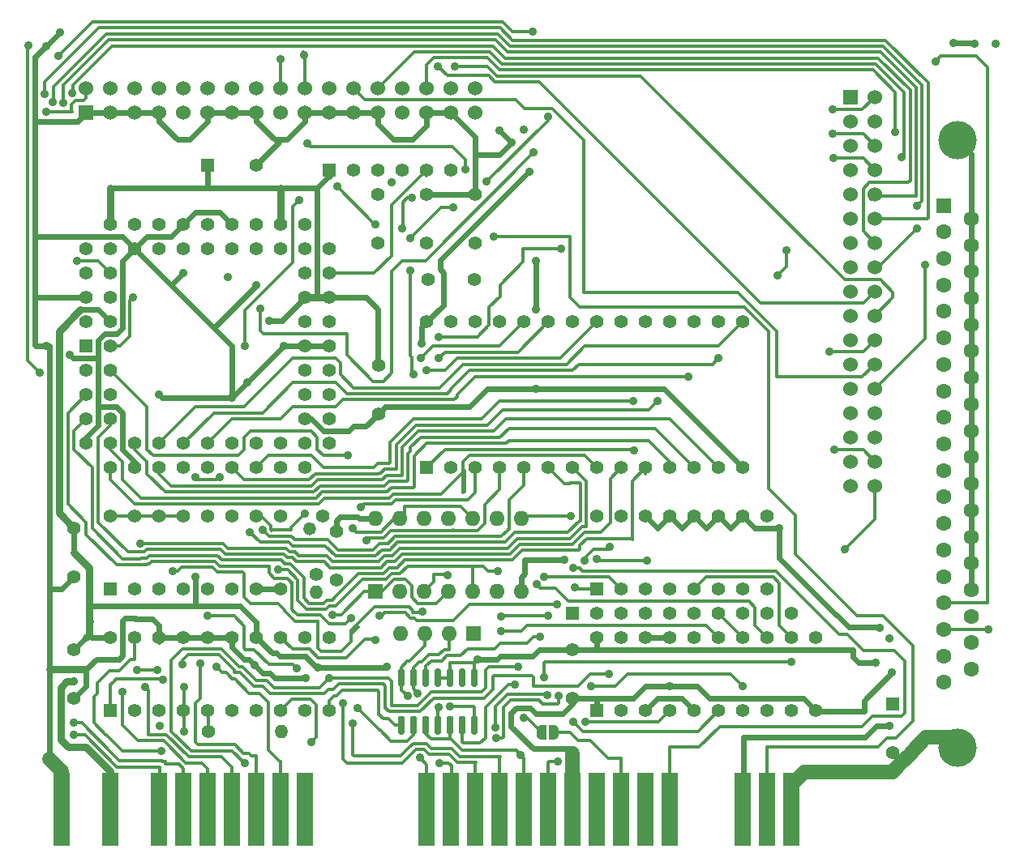
<source format=gbl>
%TF.GenerationSoftware,KiCad,Pcbnew,(5.1.6-0)*%
%TF.CreationDate,2020-08-23T17:16:23-05:00*%
%TF.ProjectId,isa_fdc.kicad_DB37-v3.2.1.1_pcb,6973615f-6664-4632-9e6b-696361645f44,rev?*%
%TF.SameCoordinates,Original*%
%TF.FileFunction,Copper,L2,Bot*%
%TF.FilePolarity,Positive*%
%FSLAX46Y46*%
G04 Gerber Fmt 4.6, Leading zero omitted, Abs format (unit mm)*
G04 Created by KiCad (PCBNEW (5.1.6-0)) date 2020-08-23 17:16:23*
%MOMM*%
%LPD*%
G01*
G04 APERTURE LIST*
%TA.AperFunction,SMDPad,CuDef*%
%ADD10C,0.150000*%
%TD*%
%TA.AperFunction,ConnectorPad*%
%ADD11R,1.778000X7.620000*%
%TD*%
%TA.AperFunction,ComponentPad*%
%ADD12O,1.400000X1.400000*%
%TD*%
%TA.AperFunction,ComponentPad*%
%ADD13C,1.400000*%
%TD*%
%TA.AperFunction,ComponentPad*%
%ADD14R,1.397000X1.397000*%
%TD*%
%TA.AperFunction,ComponentPad*%
%ADD15C,1.397000*%
%TD*%
%TA.AperFunction,ComponentPad*%
%ADD16C,4.000000*%
%TD*%
%TA.AperFunction,ComponentPad*%
%ADD17C,1.600000*%
%TD*%
%TA.AperFunction,ComponentPad*%
%ADD18R,1.600000X1.600000*%
%TD*%
%TA.AperFunction,ComponentPad*%
%ADD19C,1.524000*%
%TD*%
%TA.AperFunction,ComponentPad*%
%ADD20R,1.524000X1.524000*%
%TD*%
%TA.AperFunction,ComponentPad*%
%ADD21O,1.600000X1.600000*%
%TD*%
%TA.AperFunction,ViaPad*%
%ADD22C,0.889000*%
%TD*%
%TA.AperFunction,Conductor*%
%ADD23C,0.368300*%
%TD*%
%TA.AperFunction,Conductor*%
%ADD24C,0.368000*%
%TD*%
%TA.AperFunction,Conductor*%
%ADD25C,0.632460*%
%TD*%
%TA.AperFunction,Conductor*%
%ADD26C,1.524000*%
%TD*%
%TA.AperFunction,Conductor*%
%ADD27C,0.632000*%
%TD*%
%TA.AperFunction,Conductor*%
%ADD28C,0.762000*%
%TD*%
G04 APERTURE END LIST*
%TA.AperFunction,SMDPad,CuDef*%
D10*
%TO.P,JP1,1*%
%TO.N,Net-(JP1-Pad1)*%
G36*
X154710000Y-122380000D02*
G01*
X154210000Y-122380000D01*
X154210000Y-122379398D01*
X154185466Y-122379398D01*
X154136635Y-122374588D01*
X154088510Y-122365016D01*
X154041555Y-122350772D01*
X153996222Y-122331995D01*
X153952949Y-122308864D01*
X153912150Y-122281604D01*
X153874221Y-122250476D01*
X153839524Y-122215779D01*
X153808396Y-122177850D01*
X153781136Y-122137051D01*
X153758005Y-122093778D01*
X153739228Y-122048445D01*
X153724984Y-122001490D01*
X153715412Y-121953365D01*
X153710602Y-121904534D01*
X153710602Y-121880000D01*
X153710000Y-121880000D01*
X153710000Y-121380000D01*
X153710602Y-121380000D01*
X153710602Y-121355466D01*
X153715412Y-121306635D01*
X153724984Y-121258510D01*
X153739228Y-121211555D01*
X153758005Y-121166222D01*
X153781136Y-121122949D01*
X153808396Y-121082150D01*
X153839524Y-121044221D01*
X153874221Y-121009524D01*
X153912150Y-120978396D01*
X153952949Y-120951136D01*
X153996222Y-120928005D01*
X154041555Y-120909228D01*
X154088510Y-120894984D01*
X154136635Y-120885412D01*
X154185466Y-120880602D01*
X154210000Y-120880602D01*
X154210000Y-120880000D01*
X154710000Y-120880000D01*
X154710000Y-122380000D01*
G37*
%TD.AperFunction*%
%TA.AperFunction,SMDPad,CuDef*%
%TO.P,JP1,2*%
%TO.N,/CARDSEL*%
G36*
X155510000Y-120880602D02*
G01*
X155534534Y-120880602D01*
X155583365Y-120885412D01*
X155631490Y-120894984D01*
X155678445Y-120909228D01*
X155723778Y-120928005D01*
X155767051Y-120951136D01*
X155807850Y-120978396D01*
X155845779Y-121009524D01*
X155880476Y-121044221D01*
X155911604Y-121082150D01*
X155938864Y-121122949D01*
X155961995Y-121166222D01*
X155980772Y-121211555D01*
X155995016Y-121258510D01*
X156004588Y-121306635D01*
X156009398Y-121355466D01*
X156009398Y-121380000D01*
X156010000Y-121380000D01*
X156010000Y-121880000D01*
X156009398Y-121880000D01*
X156009398Y-121904534D01*
X156004588Y-121953365D01*
X155995016Y-122001490D01*
X155980772Y-122048445D01*
X155961995Y-122093778D01*
X155938864Y-122137051D01*
X155911604Y-122177850D01*
X155880476Y-122215779D01*
X155845779Y-122250476D01*
X155807850Y-122281604D01*
X155767051Y-122308864D01*
X155723778Y-122331995D01*
X155678445Y-122350772D01*
X155631490Y-122365016D01*
X155583365Y-122374588D01*
X155534534Y-122379398D01*
X155510000Y-122379398D01*
X155510000Y-122380000D01*
X155010000Y-122380000D01*
X155010000Y-120880000D01*
X155510000Y-120880000D01*
X155510000Y-120880602D01*
G37*
%TD.AperFunction*%
%TD*%
D11*
%TO.P,BUS1,1*%
%TO.N,GND*%
X180340000Y-129644500D03*
%TO.P,BUS1,2*%
%TO.N,/RESETDRV*%
X177800000Y-129644500D03*
%TO.P,BUS1,3*%
%TO.N,VCC*%
X175260000Y-129644500D03*
%TO.P,BUS1,6*%
%TO.N,/DRQ2*%
X167640000Y-129644500D03*
%TO.P,BUS1,7*%
%TO.N,VSS*%
X165100000Y-129644500D03*
%TO.P,BUS1,9*%
%TO.N,VDD*%
X160020000Y-129644500D03*
%TO.P,BUS1,10*%
%TO.N,GND*%
X157480000Y-129644500D03*
%TO.P,BUS1,11*%
%TO.N,/~MEMW*%
X154940000Y-129644500D03*
%TO.P,BUS1,12*%
%TO.N,/~MEMR*%
X152400000Y-129644500D03*
%TO.P,BUS1,13*%
%TO.N,/~IOW*%
X149860000Y-129644500D03*
%TO.P,BUS1,14*%
%TO.N,/~IOR*%
X147320000Y-129644500D03*
%TO.P,BUS1,21*%
%TO.N,/IRQ7*%
X129540000Y-129644500D03*
%TO.P,BUS1,22*%
%TO.N,/IRQ6*%
X127000000Y-129644500D03*
%TO.P,BUS1,23*%
%TO.N,/IRQ5*%
X124460000Y-129644500D03*
%TO.P,BUS1,24*%
%TO.N,/IRQ4*%
X121920000Y-129644500D03*
%TO.P,BUS1,25*%
%TO.N,/IRQ3*%
X119380000Y-129644500D03*
%TO.P,BUS1,26*%
%TO.N,/~DACK2*%
X116840000Y-129644500D03*
%TO.P,BUS1,27*%
%TO.N,/TC*%
X114300000Y-129644500D03*
%TO.P,BUS1,29*%
%TO.N,VCC*%
X109220000Y-129644500D03*
%TO.P,BUS1,31*%
%TO.N,GND*%
X104140000Y-129644500D03*
%TO.P,BUS1,15*%
%TO.N,/~DACK3*%
X144780000Y-129644500D03*
%TO.P,BUS1,16*%
%TO.N,/DRQ3*%
X142240000Y-129644500D03*
%TO.P,BUS1,8*%
%TO.N,/CARDSEL*%
X162560000Y-129644500D03*
%TD*%
%TO.P,U7,14*%
%TO.N,VCC*%
%TA.AperFunction,SMDPad,CuDef*%
G36*
G01*
X147350000Y-116910000D02*
X147050000Y-116910000D01*
G75*
G02*
X146900000Y-116760000I0J150000D01*
G01*
X146900000Y-115110000D01*
G75*
G02*
X147050000Y-114960000I150000J0D01*
G01*
X147350000Y-114960000D01*
G75*
G02*
X147500000Y-115110000I0J-150000D01*
G01*
X147500000Y-116760000D01*
G75*
G02*
X147350000Y-116910000I-150000J0D01*
G01*
G37*
%TD.AperFunction*%
%TO.P,U7,13*%
%TO.N,Net-(U7-Pad13)*%
%TA.AperFunction,SMDPad,CuDef*%
G36*
G01*
X146080000Y-116910000D02*
X145780000Y-116910000D01*
G75*
G02*
X145630000Y-116760000I0J150000D01*
G01*
X145630000Y-115110000D01*
G75*
G02*
X145780000Y-114960000I150000J0D01*
G01*
X146080000Y-114960000D01*
G75*
G02*
X146230000Y-115110000I0J-150000D01*
G01*
X146230000Y-116760000D01*
G75*
G02*
X146080000Y-116910000I-150000J0D01*
G01*
G37*
%TD.AperFunction*%
%TO.P,U7,12*%
%TO.N,VCC*%
%TA.AperFunction,SMDPad,CuDef*%
G36*
G01*
X144810000Y-116910000D02*
X144510000Y-116910000D01*
G75*
G02*
X144360000Y-116760000I0J150000D01*
G01*
X144360000Y-115110000D01*
G75*
G02*
X144510000Y-114960000I150000J0D01*
G01*
X144810000Y-114960000D01*
G75*
G02*
X144960000Y-115110000I0J-150000D01*
G01*
X144960000Y-116760000D01*
G75*
G02*
X144810000Y-116910000I-150000J0D01*
G01*
G37*
%TD.AperFunction*%
%TO.P,U7,11*%
%TA.AperFunction,SMDPad,CuDef*%
G36*
G01*
X143540000Y-116910000D02*
X143240000Y-116910000D01*
G75*
G02*
X143090000Y-116760000I0J150000D01*
G01*
X143090000Y-115110000D01*
G75*
G02*
X143240000Y-114960000I150000J0D01*
G01*
X143540000Y-114960000D01*
G75*
G02*
X143690000Y-115110000I0J-150000D01*
G01*
X143690000Y-116760000D01*
G75*
G02*
X143540000Y-116910000I-150000J0D01*
G01*
G37*
%TD.AperFunction*%
%TO.P,U7,10*%
%TO.N,Net-(JP1-Pad1)*%
%TA.AperFunction,SMDPad,CuDef*%
G36*
G01*
X142270000Y-116910000D02*
X141970000Y-116910000D01*
G75*
G02*
X141820000Y-116760000I0J150000D01*
G01*
X141820000Y-115110000D01*
G75*
G02*
X141970000Y-114960000I150000J0D01*
G01*
X142270000Y-114960000D01*
G75*
G02*
X142420000Y-115110000I0J-150000D01*
G01*
X142420000Y-116760000D01*
G75*
G02*
X142270000Y-116910000I-150000J0D01*
G01*
G37*
%TD.AperFunction*%
%TO.P,U7,9*%
%TO.N,/CARDSEL2*%
%TA.AperFunction,SMDPad,CuDef*%
G36*
G01*
X141000000Y-116910000D02*
X140700000Y-116910000D01*
G75*
G02*
X140550000Y-116760000I0J150000D01*
G01*
X140550000Y-115110000D01*
G75*
G02*
X140700000Y-114960000I150000J0D01*
G01*
X141000000Y-114960000D01*
G75*
G02*
X141150000Y-115110000I0J-150000D01*
G01*
X141150000Y-116760000D01*
G75*
G02*
X141000000Y-116910000I-150000J0D01*
G01*
G37*
%TD.AperFunction*%
%TO.P,U7,8*%
%TO.N,/CARDSEL1*%
%TA.AperFunction,SMDPad,CuDef*%
G36*
G01*
X139730000Y-116910000D02*
X139430000Y-116910000D01*
G75*
G02*
X139280000Y-116760000I0J150000D01*
G01*
X139280000Y-115110000D01*
G75*
G02*
X139430000Y-114960000I150000J0D01*
G01*
X139730000Y-114960000D01*
G75*
G02*
X139880000Y-115110000I0J-150000D01*
G01*
X139880000Y-116760000D01*
G75*
G02*
X139730000Y-116910000I-150000J0D01*
G01*
G37*
%TD.AperFunction*%
%TO.P,U7,7*%
%TO.N,GND*%
%TA.AperFunction,SMDPad,CuDef*%
G36*
G01*
X139730000Y-121860000D02*
X139430000Y-121860000D01*
G75*
G02*
X139280000Y-121710000I0J150000D01*
G01*
X139280000Y-120060000D01*
G75*
G02*
X139430000Y-119910000I150000J0D01*
G01*
X139730000Y-119910000D01*
G75*
G02*
X139880000Y-120060000I0J-150000D01*
G01*
X139880000Y-121710000D01*
G75*
G02*
X139730000Y-121860000I-150000J0D01*
G01*
G37*
%TD.AperFunction*%
%TO.P,U7,6*%
%TO.N,/~FDC_CS*%
%TA.AperFunction,SMDPad,CuDef*%
G36*
G01*
X141000000Y-121860000D02*
X140700000Y-121860000D01*
G75*
G02*
X140550000Y-121710000I0J150000D01*
G01*
X140550000Y-120060000D01*
G75*
G02*
X140700000Y-119910000I150000J0D01*
G01*
X141000000Y-119910000D01*
G75*
G02*
X141150000Y-120060000I0J-150000D01*
G01*
X141150000Y-121710000D01*
G75*
G02*
X141000000Y-121860000I-150000J0D01*
G01*
G37*
%TD.AperFunction*%
%TO.P,U7,5*%
%TO.N,/~MEMR*%
%TA.AperFunction,SMDPad,CuDef*%
G36*
G01*
X142270000Y-121860000D02*
X141970000Y-121860000D01*
G75*
G02*
X141820000Y-121710000I0J150000D01*
G01*
X141820000Y-120060000D01*
G75*
G02*
X141970000Y-119910000I150000J0D01*
G01*
X142270000Y-119910000D01*
G75*
G02*
X142420000Y-120060000I0J-150000D01*
G01*
X142420000Y-121710000D01*
G75*
G02*
X142270000Y-121860000I-150000J0D01*
G01*
G37*
%TD.AperFunction*%
%TO.P,U7,4*%
%TO.N,/CARDSEL2*%
%TA.AperFunction,SMDPad,CuDef*%
G36*
G01*
X143540000Y-121860000D02*
X143240000Y-121860000D01*
G75*
G02*
X143090000Y-121710000I0J150000D01*
G01*
X143090000Y-120060000D01*
G75*
G02*
X143240000Y-119910000I150000J0D01*
G01*
X143540000Y-119910000D01*
G75*
G02*
X143690000Y-120060000I0J-150000D01*
G01*
X143690000Y-121710000D01*
G75*
G02*
X143540000Y-121860000I-150000J0D01*
G01*
G37*
%TD.AperFunction*%
%TO.P,U7,3*%
%TO.N,/~MEMR*%
%TA.AperFunction,SMDPad,CuDef*%
G36*
G01*
X144810000Y-121860000D02*
X144510000Y-121860000D01*
G75*
G02*
X144360000Y-121710000I0J150000D01*
G01*
X144360000Y-120060000D01*
G75*
G02*
X144510000Y-119910000I150000J0D01*
G01*
X144810000Y-119910000D01*
G75*
G02*
X144960000Y-120060000I0J-150000D01*
G01*
X144960000Y-121710000D01*
G75*
G02*
X144810000Y-121860000I-150000J0D01*
G01*
G37*
%TD.AperFunction*%
%TO.P,U7,2*%
%TO.N,/~ROM_CS*%
%TA.AperFunction,SMDPad,CuDef*%
G36*
G01*
X146080000Y-121860000D02*
X145780000Y-121860000D01*
G75*
G02*
X145630000Y-121710000I0J150000D01*
G01*
X145630000Y-120060000D01*
G75*
G02*
X145780000Y-119910000I150000J0D01*
G01*
X146080000Y-119910000D01*
G75*
G02*
X146230000Y-120060000I0J-150000D01*
G01*
X146230000Y-121710000D01*
G75*
G02*
X146080000Y-121860000I-150000J0D01*
G01*
G37*
%TD.AperFunction*%
%TO.P,U7,1*%
%TO.N,/CARDSEL1*%
%TA.AperFunction,SMDPad,CuDef*%
G36*
G01*
X147350000Y-121860000D02*
X147050000Y-121860000D01*
G75*
G02*
X146900000Y-121710000I0J150000D01*
G01*
X146900000Y-120060000D01*
G75*
G02*
X147050000Y-119910000I150000J0D01*
G01*
X147350000Y-119910000D01*
G75*
G02*
X147500000Y-120060000I0J-150000D01*
G01*
X147500000Y-121710000D01*
G75*
G02*
X147350000Y-121860000I-150000J0D01*
G01*
G37*
%TD.AperFunction*%
%TD*%
D12*
%TO.P,R3,2*%
%TO.N,Net-(R3-Pad2)*%
X127040000Y-121580000D03*
D13*
%TO.P,R3,1*%
%TO.N,VCC*%
X119420000Y-121580000D03*
%TD*%
D14*
%TO.P,SW1,1*%
%TO.N,/IRQ3*%
X109220000Y-106680000D03*
D15*
%TO.P,SW1,2*%
%TO.N,/IRQ4*%
X111760000Y-106680000D03*
%TO.P,SW1,3*%
%TO.N,/IRQ5*%
X114300000Y-106680000D03*
%TO.P,SW1,4*%
%TO.N,/IRQ6*%
X116840000Y-106680000D03*
%TO.P,SW1,5*%
%TO.N,Net-(R3-Pad2)*%
X119380000Y-106680000D03*
%TO.P,SW1,6*%
%TO.N,Net-(SW1-Pad6)*%
X121920000Y-106680000D03*
%TO.P,SW1,7*%
%TO.N,GND*%
X124460000Y-106680000D03*
%TO.P,SW1,8*%
X127000000Y-106680000D03*
%TO.P,SW1,9*%
%TO.N,/GT3*%
X127000000Y-99060000D03*
%TO.P,SW1,10*%
%TO.N,/GT2*%
X124460000Y-99060000D03*
%TO.P,SW1,11*%
%TO.N,Net-(SW1-Pad11)*%
X121920000Y-99060000D03*
%TO.P,SW1,12*%
%TO.N,GND*%
X119380000Y-99060000D03*
%TO.P,SW1,13*%
%TO.N,/FDC_IRQ*%
X116840000Y-99060000D03*
%TO.P,SW1,14*%
X114300000Y-99060000D03*
%TO.P,SW1,15*%
X111760000Y-99060000D03*
%TO.P,SW1,16*%
X109220000Y-99060000D03*
%TD*%
%TO.P,U6,20*%
%TO.N,VCC*%
X109220000Y-111710000D03*
%TO.P,U6,19*%
%TO.N,/~FDC_CS*%
X111760000Y-111710000D03*
%TO.P,U6,18*%
%TO.N,GND*%
X114300000Y-111710000D03*
%TO.P,U6,17*%
X116840000Y-111710000D03*
%TO.P,U6,16*%
X119380000Y-111710000D03*
%TO.P,U6,15*%
X121920000Y-111710000D03*
%TO.P,U6,14*%
%TO.N,VCC*%
X124460000Y-111710000D03*
%TO.P,U6,13*%
%TO.N,/A9*%
X127000000Y-111710000D03*
%TO.P,U6,12*%
%TO.N,VCC*%
X129540000Y-111710000D03*
%TO.P,U6,11*%
%TO.N,/A8*%
X132080000Y-111710000D03*
%TO.P,U6,10*%
%TO.N,GND*%
X132080000Y-119330000D03*
%TO.P,U6,9*%
%TO.N,Net-(R3-Pad2)*%
X129540000Y-119330000D03*
%TO.P,U6,8*%
%TO.N,/A7*%
X127000000Y-119330000D03*
%TO.P,U6,7*%
%TO.N,VCC*%
X124460000Y-119330000D03*
%TO.P,U6,6*%
%TO.N,/A6*%
X121920000Y-119330000D03*
%TO.P,U6,5*%
%TO.N,VCC*%
X119380000Y-119330000D03*
%TO.P,U6,4*%
%TO.N,/A5*%
X116840000Y-119330000D03*
%TO.P,U6,3*%
%TO.N,VCC*%
X114300000Y-119330000D03*
%TO.P,U6,2*%
%TO.N,/A4*%
X111760000Y-119330000D03*
D14*
%TO.P,U6,1*%
%TO.N,/AEN*%
X109220000Y-119330000D03*
%TD*%
D16*
%TO.P,P2,0*%
%TO.N,GND*%
X197647500Y-59750000D03*
X197647500Y-123250000D03*
D17*
%TO.P,P2,37*%
X199067500Y-115045000D03*
%TO.P,P2,36*%
X199067500Y-112275000D03*
%TO.P,P2,35*%
X199067500Y-109505000D03*
%TO.P,P2,34*%
X199067500Y-106735000D03*
%TO.P,P2,33*%
X199067500Y-103965000D03*
%TO.P,P2,32*%
X199067500Y-101195000D03*
%TO.P,P2,31*%
X199067500Y-98425000D03*
%TO.P,P2,30*%
X199067500Y-95655000D03*
%TO.P,P2,29*%
X199067500Y-92885000D03*
%TO.P,P2,28*%
X199067500Y-90115000D03*
%TO.P,P2,27*%
X199067500Y-87345000D03*
%TO.P,P2,26*%
X199067500Y-84575000D03*
%TO.P,P2,25*%
X199067500Y-81805000D03*
%TO.P,P2,24*%
X199067500Y-79035000D03*
%TO.P,P2,23*%
X199067500Y-76265000D03*
%TO.P,P2,22*%
X199067500Y-73495000D03*
%TO.P,P2,21*%
X199067500Y-70725000D03*
%TO.P,P2,20*%
X199067500Y-67955000D03*
%TO.P,P2,19*%
%TO.N,/DSKCG*%
X196227500Y-116430000D03*
%TO.P,P2,18*%
%TO.N,/HDSEL*%
X196227500Y-113660000D03*
%TO.P,P2,17*%
%TO.N,/RDATA*%
X196227500Y-110890000D03*
%TO.P,P2,16*%
%TO.N,/WP*%
X196227500Y-108120000D03*
%TO.P,P2,15*%
%TO.N,/TRK00*%
X196227500Y-105350000D03*
%TO.P,P2,14*%
%TO.N,/WE*%
X196227500Y-102580000D03*
%TO.P,P2,13*%
%TO.N,/WDATA*%
X196227500Y-99810000D03*
%TO.P,P2,12*%
%TO.N,/STEP*%
X196227500Y-97040000D03*
%TO.P,P2,11*%
%TO.N,/DIR*%
X196227500Y-94270000D03*
%TO.P,P2,10*%
%TO.N,/ME3*%
X196227500Y-91500000D03*
%TO.P,P2,9*%
%TO.N,/DS2*%
X196227500Y-88730000D03*
%TO.P,P2,8*%
%TO.N,/DS3*%
X196227500Y-85960000D03*
%TO.P,P2,7*%
%TO.N,/ME2*%
X196227500Y-83190000D03*
%TO.P,P2,6*%
%TO.N,/INDEX*%
X196227500Y-80420000D03*
%TO.P,P2,5*%
%TO.N,Net-(P2-Pad5)*%
X196227500Y-77650000D03*
%TO.P,P2,4*%
%TO.N,Net-(P2-Pad4)*%
X196227500Y-74880000D03*
%TO.P,P2,3*%
%TO.N,/DENSL*%
X196227500Y-72110000D03*
%TO.P,P2,2*%
%TO.N,Net-(P2-Pad2)*%
X196227500Y-69340000D03*
D18*
%TO.P,P2,1*%
%TO.N,Net-(P2-Pad1)*%
X196227500Y-66570000D03*
%TD*%
D19*
%TO.P,P3,34*%
%TO.N,/DSKCG*%
X189010000Y-95870000D03*
%TO.P,P3,33*%
%TO.N,Net-(P3-Pad33)*%
X186470000Y-95870000D03*
%TO.P,P3,32*%
%TO.N,/HDSEL*%
X189010000Y-93330000D03*
%TO.P,P3,31*%
%TO.N,GND*%
X186470000Y-93330000D03*
%TO.P,P3,29*%
X186470000Y-90790000D03*
%TO.P,P3,30*%
%TO.N,/RDATA*%
X189010000Y-90790000D03*
%TO.P,P3,27*%
%TO.N,Net-(P3-Pad27)*%
X186470000Y-88250000D03*
%TO.P,P3,28*%
%TO.N,/WP*%
X189010000Y-88250000D03*
%TO.P,P3,26*%
%TO.N,/TRK00*%
X189010000Y-85710000D03*
%TO.P,P3,25*%
%TO.N,GND*%
X186470000Y-85710000D03*
%TO.P,P3,24*%
%TO.N,/WE*%
X189010000Y-83170000D03*
%TO.P,P3,23*%
%TO.N,GND*%
X186470000Y-83170000D03*
%TO.P,P3,22*%
%TO.N,/WDATA*%
X189010000Y-80630000D03*
%TO.P,P3,21*%
%TO.N,GND*%
X186470000Y-80630000D03*
%TO.P,P3,20*%
%TO.N,/STEP*%
X189010000Y-78090000D03*
%TO.P,P3,19*%
%TO.N,GND*%
X186470000Y-78090000D03*
%TO.P,P3,18*%
%TO.N,/DIR*%
X189010000Y-75550000D03*
%TO.P,P3,17*%
%TO.N,Net-(P3-Pad17)*%
X186470000Y-75550000D03*
%TO.P,P3,16*%
%TO.N,/ME3*%
X189010000Y-73010000D03*
%TO.P,P3,15*%
%TO.N,GND*%
X186470000Y-73010000D03*
%TO.P,P3,14*%
%TO.N,/DS2*%
X189010000Y-70470000D03*
%TO.P,P3,13*%
%TO.N,GND*%
X186470000Y-70470000D03*
%TO.P,P3,12*%
%TO.N,/DS3*%
X189010000Y-67930000D03*
%TO.P,P3,11*%
%TO.N,GND*%
X186470000Y-67930000D03*
%TO.P,P3,10*%
%TO.N,/ME2*%
X189010000Y-65390000D03*
%TO.P,P3,9*%
%TO.N,Net-(P3-Pad9)*%
X186470000Y-65390000D03*
%TO.P,P3,8*%
%TO.N,/INDEX*%
X189010000Y-62850000D03*
%TO.P,P3,7*%
%TO.N,GND*%
X186470000Y-62850000D03*
%TO.P,P3,6*%
%TO.N,/DRATE0*%
X189010000Y-60310000D03*
%TO.P,P3,5*%
%TO.N,GND*%
X186470000Y-60310000D03*
%TO.P,P3,4*%
%TO.N,Net-(P3-Pad4)*%
X189010000Y-57770000D03*
%TO.P,P3,3*%
%TO.N,GND*%
X186470000Y-57770000D03*
%TO.P,P3,2*%
%TO.N,/DENSL*%
X189010000Y-55230000D03*
D20*
%TO.P,P3,1*%
%TO.N,GND*%
X186470000Y-55230000D03*
%TD*%
D13*
%TO.P,R2,1*%
%TO.N,/GT3*%
X130690000Y-105120000D03*
D12*
%TO.P,R2,2*%
%TO.N,VCC*%
X130690000Y-107020000D03*
%TD*%
%TO.P,R1,2*%
%TO.N,/GT2*%
%TA.AperFunction,ComponentPad*%
G36*
G01*
X130501472Y-99868528D02*
X130501472Y-99868528D01*
G75*
G02*
X130501472Y-100858478I-494975J-494975D01*
G01*
X130501472Y-100858478D01*
G75*
G02*
X129511522Y-100858478I-494975J494975D01*
G01*
X129511522Y-100858478D01*
G75*
G02*
X129511522Y-99868528I494975J494975D01*
G01*
X129511522Y-99868528D01*
G75*
G02*
X130501472Y-99868528I494975J-494975D01*
G01*
G37*
%TD.AperFunction*%
D13*
%TO.P,R1,1*%
%TO.N,VCC*%
X131350000Y-99020000D03*
%TD*%
D18*
%TO.P,U2,1*%
%TO.N,/GT3*%
X136880000Y-106910000D03*
D21*
%TO.P,U2,8*%
%TO.N,/DRQ2*%
X152120000Y-99290000D03*
%TO.P,U2,2*%
%TO.N,/~DACK3*%
X139420000Y-106910000D03*
%TO.P,U2,9*%
%TO.N,/DRQ*%
X149580000Y-99290000D03*
%TO.P,U2,3*%
%TO.N,/~DACK*%
X141960000Y-106910000D03*
%TO.P,U2,10*%
%TO.N,/GT2*%
X147040000Y-99290000D03*
%TO.P,U2,4*%
%TO.N,/GT3*%
X144500000Y-106910000D03*
%TO.P,U2,11*%
%TO.N,/~DACK*%
X144500000Y-99290000D03*
%TO.P,U2,5*%
%TO.N,/DRQ*%
X147040000Y-106910000D03*
%TO.P,U2,12*%
%TO.N,/~DACK2*%
X141960000Y-99290000D03*
%TO.P,U2,6*%
%TO.N,/DRQ3*%
X149580000Y-106910000D03*
%TO.P,U2,13*%
%TO.N,/GT2*%
X139420000Y-99290000D03*
%TO.P,U2,7*%
%TO.N,GND*%
X152120000Y-106910000D03*
%TO.P,U2,14*%
%TO.N,VCC*%
X136880000Y-99290000D03*
%TD*%
D15*
%TO.P,C2,1*%
%TO.N,VCC*%
X132790000Y-100680000D03*
%TO.P,C2,2*%
%TO.N,GND*%
X132790000Y-105760000D03*
%TD*%
%TO.P,C11,2*%
%TO.N,GND*%
X190890000Y-123800000D03*
D14*
%TO.P,C11,1*%
%TO.N,VCC*%
X190890000Y-118720000D03*
%TD*%
%TO.P,C12,1*%
%TO.N,VCC*%
X119350000Y-62340000D03*
D15*
%TO.P,C12,2*%
%TO.N,GND*%
X124430000Y-62340000D03*
%TD*%
D14*
%TO.P,U5,1*%
%TO.N,GND*%
X160020000Y-119380000D03*
D15*
%TO.P,U5,2*%
%TO.N,/A19*%
X162560000Y-119380000D03*
%TO.P,U5,3*%
%TO.N,VCC*%
X165100000Y-119380000D03*
%TO.P,U5,4*%
%TO.N,/A18*%
X167640000Y-119380000D03*
%TO.P,U5,5*%
%TO.N,VCC*%
X170180000Y-119380000D03*
%TO.P,U5,6*%
%TO.N,/A17*%
X172720000Y-119380000D03*
%TO.P,U5,7*%
%TO.N,Net-(RR1-Pad4)*%
X175260000Y-119380000D03*
%TO.P,U5,8*%
%TO.N,/A16*%
X177800000Y-119380000D03*
%TO.P,U5,9*%
%TO.N,Net-(RR1-Pad5)*%
X180340000Y-119380000D03*
%TO.P,U5,10*%
%TO.N,GND*%
X182880000Y-119380000D03*
%TO.P,U5,11*%
%TO.N,/A15*%
X182880000Y-111760000D03*
%TO.P,U5,12*%
%TO.N,Net-(RR1-Pad6)*%
X180340000Y-111760000D03*
%TO.P,U5,13*%
%TO.N,/A14*%
X177800000Y-111760000D03*
%TO.P,U5,14*%
%TO.N,Net-(RR1-Pad7)*%
X175260000Y-111760000D03*
%TO.P,U5,15*%
%TO.N,/A13*%
X172720000Y-111760000D03*
%TO.P,U5,16*%
%TO.N,Net-(RR1-Pad8)*%
X170180000Y-111760000D03*
%TO.P,U5,17*%
%TO.N,GND*%
X167640000Y-111760000D03*
%TO.P,U5,18*%
X165100000Y-111760000D03*
%TO.P,U5,19*%
%TO.N,/~ROM_CS_IN*%
X162560000Y-111760000D03*
%TO.P,U5,20*%
%TO.N,VCC*%
X160020000Y-111760000D03*
%TD*%
D14*
%TO.P,SW2,1*%
%TO.N,/~ROM_CS*%
X160020000Y-106680000D03*
D15*
%TO.P,SW2,2*%
%TO.N,/~ROMW*%
X162560000Y-106680000D03*
%TO.P,SW2,3*%
%TO.N,Net-(RR1-Pad4)*%
X165100000Y-106680000D03*
%TO.P,SW2,4*%
%TO.N,Net-(RR1-Pad5)*%
X167640000Y-106680000D03*
%TO.P,SW2,5*%
%TO.N,Net-(RR1-Pad6)*%
X170180000Y-106680000D03*
%TO.P,SW2,6*%
%TO.N,Net-(RR1-Pad7)*%
X172720000Y-106680000D03*
%TO.P,SW2,7*%
%TO.N,Net-(RR1-Pad8)*%
X175260000Y-106680000D03*
%TO.P,SW2,8*%
%TO.N,Net-(SW2-Pad8)*%
X177800000Y-106680000D03*
%TO.P,SW2,9*%
%TO.N,Net-(SW2-Pad9)*%
X177800000Y-99060000D03*
%TO.P,SW2,10*%
%TO.N,GND*%
X175260000Y-99060000D03*
%TO.P,SW2,11*%
X172720000Y-99060000D03*
%TO.P,SW2,12*%
X170180000Y-99060000D03*
%TO.P,SW2,13*%
X167640000Y-99060000D03*
%TO.P,SW2,14*%
X165100000Y-99060000D03*
%TO.P,SW2,15*%
%TO.N,/~MEMW*%
X162560000Y-99060000D03*
%TO.P,SW2,16*%
%TO.N,/~ROM_CS_IN*%
X160020000Y-99060000D03*
%TD*%
%TO.P,C1,1*%
%TO.N,VCC*%
X105410000Y-100330000D03*
%TO.P,C1,2*%
%TO.N,GND*%
X105410000Y-105410000D03*
%TD*%
%TO.P,C7,1*%
%TO.N,VCC*%
X105410000Y-113030000D03*
%TO.P,C7,2*%
%TO.N,GND*%
X105410000Y-118110000D03*
%TD*%
%TO.P,C5,1*%
%TO.N,VCC*%
X157470000Y-113020000D03*
%TO.P,C5,2*%
%TO.N,GND*%
X157470000Y-118100000D03*
%TD*%
%TO.P,C4,1*%
%TO.N,VCC*%
X137170000Y-83310000D03*
%TO.P,C4,2*%
%TO.N,GND*%
X137170000Y-88390000D03*
%TD*%
%TO.P,C16,1*%
%TO.N,Net-(C16-Pad1)*%
X142240000Y-70485000D03*
%TO.P,C16,2*%
%TO.N,GND*%
X142240000Y-65405000D03*
%TD*%
%TO.P,C15,1*%
%TO.N,Net-(C15-Pad1)*%
X147320000Y-70485000D03*
%TO.P,C15,2*%
%TO.N,GND*%
X147320000Y-65405000D03*
%TD*%
D14*
%TO.P,U4,1*%
%TO.N,/RDY/~BUSY*%
X142240000Y-93980000D03*
D15*
%TO.P,U4,2*%
%TO.N,/A12*%
X144780000Y-93980000D03*
%TO.P,U4,3*%
%TO.N,/A7*%
X147320000Y-93980000D03*
%TO.P,U4,4*%
%TO.N,/A6*%
X149860000Y-93980000D03*
%TO.P,U4,5*%
%TO.N,/A5*%
X152400000Y-93980000D03*
%TO.P,U4,6*%
%TO.N,/A4*%
X154940000Y-93980000D03*
%TO.P,U4,7*%
%TO.N,/A3*%
X157480000Y-93980000D03*
%TO.P,U4,8*%
%TO.N,/A2*%
X160020000Y-93980000D03*
%TO.P,U4,9*%
%TO.N,/A1*%
X162560000Y-93980000D03*
%TO.P,U4,10*%
%TO.N,/A0*%
X165100000Y-93980000D03*
%TO.P,U4,11*%
%TO.N,/D0*%
X167640000Y-93980000D03*
%TO.P,U4,12*%
%TO.N,/D1*%
X170180000Y-93980000D03*
%TO.P,U4,13*%
%TO.N,/D2*%
X172720000Y-93980000D03*
%TO.P,U4,14*%
%TO.N,GND*%
X175260000Y-93980000D03*
%TO.P,U4,15*%
%TO.N,/D3*%
X175260000Y-78740000D03*
%TO.P,U4,16*%
%TO.N,/D4*%
X172720000Y-78740000D03*
%TO.P,U4,17*%
%TO.N,/D5*%
X170180000Y-78740000D03*
%TO.P,U4,18*%
%TO.N,/D6*%
X167640000Y-78740000D03*
%TO.P,U4,19*%
%TO.N,/D7*%
X165100000Y-78740000D03*
%TO.P,U4,20*%
%TO.N,/~ROM_CS*%
X162560000Y-78740000D03*
%TO.P,U4,21*%
%TO.N,/A10*%
X160020000Y-78740000D03*
%TO.P,U4,22*%
%TO.N,/~MEMR*%
X157480000Y-78740000D03*
%TO.P,U4,23*%
%TO.N,/A11*%
X154940000Y-78740000D03*
%TO.P,U4,24*%
%TO.N,/A9*%
X152400000Y-78740000D03*
%TO.P,U4,25*%
%TO.N,/A8*%
X149860000Y-78740000D03*
%TO.P,U4,26*%
%TO.N,Net-(U4-Pad26)*%
X147320000Y-78740000D03*
%TO.P,U4,27*%
%TO.N,/~ROMW*%
X144780000Y-78740000D03*
%TO.P,U4,28*%
%TO.N,VCC*%
X142240000Y-78740000D03*
%TD*%
%TO.P,C17,1*%
%TO.N,Net-(C17-Pad1)*%
X137160000Y-65405000D03*
%TO.P,C17,2*%
%TO.N,Net-(C17-Pad2)*%
X137160000Y-70485000D03*
%TD*%
D14*
%TO.P,U1,1*%
%TO.N,/WP*%
X106680000Y-81280000D03*
D15*
%TO.P,U1,2*%
%TO.N,/TRK00*%
X109220000Y-81280000D03*
%TO.P,U1,3*%
%TO.N,/~DACK*%
X106680000Y-83820000D03*
%TO.P,U1,4*%
%TO.N,/~IOR*%
X109220000Y-83820000D03*
%TO.P,U1,5*%
%TO.N,/~IOW*%
X106680000Y-86360000D03*
%TO.P,U1,6*%
%TO.N,/~FDC_CS*%
X109220000Y-86360000D03*
%TO.P,U1,7*%
%TO.N,/A0*%
X106680000Y-88900000D03*
%TO.P,U1,8*%
%TO.N,/A1*%
X109220000Y-88900000D03*
%TO.P,U1,9*%
%TO.N,GND*%
X106680000Y-91440000D03*
%TO.P,U1,10*%
%TO.N,/A2*%
X109220000Y-93980000D03*
%TO.P,U1,11*%
%TO.N,/D0*%
X109220000Y-91440000D03*
%TO.P,U1,12*%
%TO.N,GND*%
X111760000Y-93980000D03*
%TO.P,U1,13*%
%TO.N,/D1*%
X111760000Y-91440000D03*
%TO.P,U1,14*%
%TO.N,/D2*%
X114300000Y-93980000D03*
%TO.P,U1,15*%
%TO.N,/D3*%
X114300000Y-91440000D03*
%TO.P,U1,16*%
%TO.N,GND*%
X116840000Y-93980000D03*
%TO.P,U1,17*%
%TO.N,/D4*%
X116840000Y-91440000D03*
%TO.P,U1,18*%
%TO.N,VCC*%
X119380000Y-93980000D03*
%TO.P,U1,19*%
%TO.N,/D5*%
X119380000Y-91440000D03*
%TO.P,U1,20*%
%TO.N,/D6*%
X121920000Y-93980000D03*
%TO.P,U1,21*%
%TO.N,GND*%
X121920000Y-91440000D03*
%TO.P,U1,22*%
%TO.N,/D7*%
X124460000Y-93980000D03*
%TO.P,U1,23*%
%TO.N,/FDC_IRQ*%
X124460000Y-91440000D03*
%TO.P,U1,24*%
%TO.N,/DRQ*%
X127000000Y-93980000D03*
%TO.P,U1,25*%
%TO.N,/TC*%
X127000000Y-91440000D03*
%TO.P,U1,26*%
%TO.N,/INDEX*%
X129540000Y-93980000D03*
%TO.P,U1,27*%
%TO.N,VCC*%
X132080000Y-91440000D03*
%TO.P,U1,28*%
%TO.N,/DRATE0*%
X129540000Y-91440000D03*
%TO.P,U1,29*%
%TO.N,Net-(U1-Pad29)*%
X132080000Y-88900000D03*
%TO.P,U1,30*%
%TO.N,GND*%
X129540000Y-88900000D03*
%TO.P,U1,31*%
%TO.N,/DSKCG*%
X132080000Y-86360000D03*
%TO.P,U1,32*%
%TO.N,/RESETDRV*%
X129540000Y-86360000D03*
%TO.P,U1,33*%
%TO.N,Net-(C15-Pad1)*%
X132080000Y-83820000D03*
%TO.P,U1,34*%
%TO.N,Net-(C16-Pad1)*%
X129540000Y-83820000D03*
%TO.P,U1,35*%
%TO.N,GND*%
X132080000Y-81280000D03*
%TO.P,U1,36*%
X129540000Y-81280000D03*
%TO.P,U1,37*%
%TO.N,Net-(C17-Pad2)*%
X132080000Y-78740000D03*
%TO.P,U1,38*%
%TO.N,Net-(C17-Pad1)*%
X129540000Y-78740000D03*
%TO.P,U1,39*%
%TO.N,VCC*%
X132080000Y-76200000D03*
%TO.P,U1,40*%
X129540000Y-76200000D03*
%TO.P,U1,41*%
%TO.N,/RDATA*%
X132080000Y-73660000D03*
%TO.P,U1,42*%
%TO.N,Net-(U1-Pad42)*%
X129540000Y-73660000D03*
%TO.P,U1,43*%
%TO.N,Net-(U1-Pad43)*%
X132080000Y-71120000D03*
%TO.P,U1,44*%
%TO.N,Net-(U1-Pad44)*%
X129540000Y-68580000D03*
%TO.P,U1,45*%
%TO.N,GND*%
X129540000Y-71120000D03*
%TO.P,U1,46*%
%TO.N,VCC*%
X127000000Y-68580000D03*
%TO.P,U1,47*%
%TO.N,Net-(U1-Pad47)*%
X127000000Y-71120000D03*
%TO.P,U1,48*%
%TO.N,Net-(U1-Pad48)*%
X124460000Y-68580000D03*
%TO.P,U1,49*%
%TO.N,/DENSL*%
X124460000Y-71120000D03*
%TO.P,U1,50*%
%TO.N,GND*%
X121920000Y-68580000D03*
%TO.P,U1,51*%
%TO.N,/HDSEL*%
X121920000Y-71120000D03*
%TO.P,U1,52*%
%TO.N,/WE*%
X119380000Y-68580000D03*
%TO.P,U1,53*%
%TO.N,/WDATA*%
X119380000Y-71120000D03*
%TO.P,U1,54*%
%TO.N,GND*%
X116840000Y-68580000D03*
%TO.P,U1,55*%
%TO.N,/STEP*%
X116840000Y-71120000D03*
%TO.P,U1,56*%
%TO.N,/DIR*%
X114300000Y-68580000D03*
%TO.P,U1,57*%
%TO.N,/MEA*%
X114300000Y-71120000D03*
%TO.P,U1,58*%
%TO.N,/DSA*%
X111760000Y-68580000D03*
%TO.P,U1,59*%
%TO.N,GND*%
X111760000Y-71120000D03*
%TO.P,U1,60*%
%TO.N,VCC*%
X109220000Y-68580000D03*
%TO.P,U1,61*%
%TO.N,/MEB*%
X106680000Y-71120000D03*
%TO.P,U1,62*%
%TO.N,/DSB*%
X109220000Y-71120000D03*
%TO.P,U1,63*%
%TO.N,/ME2*%
X106680000Y-73660000D03*
%TO.P,U1,64*%
%TO.N,/DS2*%
X109220000Y-73660000D03*
%TO.P,U1,65*%
%TO.N,GND*%
X106680000Y-76200000D03*
%TO.P,U1,66*%
%TO.N,/ME3*%
X109220000Y-76200000D03*
%TO.P,U1,67*%
%TO.N,/DS3*%
X106680000Y-78740000D03*
%TO.P,U1,68*%
%TO.N,VCC*%
X109220000Y-78740000D03*
%TD*%
D20*
%TO.P,P1,1*%
%TO.N,GND*%
X106670000Y-56840000D03*
D19*
%TO.P,P1,2*%
%TO.N,/DENSL*%
X106670000Y-54300000D03*
%TO.P,P1,3*%
%TO.N,GND*%
X109210000Y-56840000D03*
%TO.P,P1,4*%
%TO.N,Net-(P1-Pad4)*%
X109210000Y-54300000D03*
%TO.P,P1,5*%
%TO.N,GND*%
X111750000Y-56840000D03*
%TO.P,P1,6*%
%TO.N,/DRATE0*%
X111750000Y-54300000D03*
%TO.P,P1,7*%
%TO.N,GND*%
X114290000Y-56840000D03*
%TO.P,P1,8*%
%TO.N,/INDEX*%
X114290000Y-54300000D03*
%TO.P,P1,9*%
%TO.N,Net-(P1-Pad9)*%
X116830000Y-56840000D03*
%TO.P,P1,10*%
%TO.N,/MEA*%
X116830000Y-54300000D03*
%TO.P,P1,11*%
%TO.N,GND*%
X119370000Y-56840000D03*
%TO.P,P1,12*%
%TO.N,/DSB*%
X119370000Y-54300000D03*
%TO.P,P1,13*%
%TO.N,GND*%
X121910000Y-56840000D03*
%TO.P,P1,14*%
%TO.N,/DSA*%
X121910000Y-54300000D03*
%TO.P,P1,15*%
%TO.N,GND*%
X124450000Y-56840000D03*
%TO.P,P1,16*%
%TO.N,/MEB*%
X124450000Y-54300000D03*
%TO.P,P1,17*%
%TO.N,Net-(P1-Pad17)*%
X126990000Y-56840000D03*
%TO.P,P1,18*%
%TO.N,/DIR*%
X126990000Y-54300000D03*
%TO.P,P1,19*%
%TO.N,GND*%
X129530000Y-56840000D03*
%TO.P,P1,20*%
%TO.N,/STEP*%
X129530000Y-54300000D03*
%TO.P,P1,21*%
%TO.N,GND*%
X132070000Y-56840000D03*
%TO.P,P1,22*%
%TO.N,/WDATA*%
X132070000Y-54300000D03*
%TO.P,P1,23*%
%TO.N,GND*%
X134610000Y-56840000D03*
%TO.P,P1,24*%
%TO.N,/WE*%
X134610000Y-54300000D03*
%TO.P,P1,25*%
%TO.N,GND*%
X137150000Y-56840000D03*
%TO.P,P1,26*%
%TO.N,/TRK00*%
X137150000Y-54300000D03*
%TO.P,P1,28*%
%TO.N,/WP*%
X139690000Y-54300000D03*
%TO.P,P1,27*%
%TO.N,Net-(P1-Pad27)*%
X139690000Y-56840000D03*
%TO.P,P1,30*%
%TO.N,/RDATA*%
X142230000Y-54300000D03*
%TO.P,P1,29*%
%TO.N,GND*%
X142230000Y-56840000D03*
%TO.P,P1,31*%
X144770000Y-56840000D03*
%TO.P,P1,32*%
%TO.N,/HDSEL*%
X144770000Y-54300000D03*
%TO.P,P1,33*%
%TO.N,Net-(P1-Pad33)*%
X147310000Y-56840000D03*
%TO.P,P1,34*%
%TO.N,/DSKCG*%
X147310000Y-54300000D03*
%TD*%
D14*
%TO.P,RR1,1*%
%TO.N,VCC*%
X157480000Y-109220000D03*
D15*
%TO.P,RR1,2*%
%TO.N,/~ROM_CS*%
X160020000Y-109220000D03*
%TO.P,RR1,3*%
%TO.N,/~ROMW*%
X162560000Y-109220000D03*
%TO.P,RR1,4*%
%TO.N,Net-(RR1-Pad4)*%
X165100000Y-109220000D03*
%TO.P,RR1,5*%
%TO.N,Net-(RR1-Pad5)*%
X167640000Y-109220000D03*
%TO.P,RR1,6*%
%TO.N,Net-(RR1-Pad6)*%
X170180000Y-109220000D03*
%TO.P,RR1,7*%
%TO.N,Net-(RR1-Pad7)*%
X172720000Y-109220000D03*
%TO.P,RR1,8*%
%TO.N,Net-(RR1-Pad8)*%
X175260000Y-109220000D03*
%TO.P,RR1,9*%
%TO.N,Net-(RR1-Pad9)*%
X177800000Y-109220000D03*
%TO.P,RR1,10*%
%TO.N,/RDY/~BUSY*%
X180340000Y-109220000D03*
%TD*%
%TO.P,RR2,6*%
%TO.N,/DSKCG*%
X144780000Y-62865000D03*
%TO.P,RR2,5*%
%TO.N,/RDATA*%
X142240000Y-62865000D03*
%TO.P,RR2,4*%
%TO.N,/WP*%
X139700000Y-62865000D03*
%TO.P,RR2,3*%
%TO.N,/TRK00*%
X137160000Y-62865000D03*
%TO.P,RR2,2*%
%TO.N,/INDEX*%
X134620000Y-62865000D03*
D14*
%TO.P,RR2,1*%
%TO.N,VCC*%
X132080000Y-62865000D03*
%TD*%
D15*
%TO.P,X1,1*%
%TO.N,Net-(C15-Pad1)*%
X147220940Y-74295000D03*
%TO.P,X1,2*%
%TO.N,Net-(C16-Pad1)*%
X142339060Y-74295000D03*
%TD*%
D21*
%TO.P,RR3,4*%
%TO.N,Net-(RR3-Pad4)*%
X139460000Y-111320000D03*
%TO.P,RR3,3*%
%TO.N,/CARDSEL1*%
X142000000Y-111320000D03*
%TO.P,RR3,2*%
%TO.N,/CARDSEL2*%
X144540000Y-111320000D03*
D18*
%TO.P,RR3,1*%
%TO.N,VCC*%
X147080000Y-111320000D03*
%TD*%
D22*
%TO.N,*%
X114320000Y-121000000D03*
%TO.N,/A10*%
X142240000Y-83820000D03*
%TO.N,/A11*%
X143510000Y-82550000D03*
%TO.N,/A13*%
X150024521Y-111090000D03*
%TO.N,/A14*%
X153700000Y-106170000D03*
%TO.N,/A15*%
X154460000Y-115920000D03*
X180340000Y-114300000D03*
%TO.N,/A16*%
X159385000Y-116840000D03*
X175260000Y-116840000D03*
%TO.N,/A17*%
X157535897Y-120541466D03*
%TO.N,/A18*%
X158823920Y-120581218D03*
%TO.N,/A3*%
X112310000Y-101910000D03*
X111950000Y-115150000D03*
X114076170Y-115143584D03*
%TO.N,/A4*%
X123790000Y-100730000D03*
%TO.N,/A5*%
X116900000Y-116870000D03*
X125070000Y-100470000D03*
X116882660Y-121573660D03*
%TO.N,/A6*%
X135970000Y-101600000D03*
%TO.N,/A7*%
X135360000Y-98120000D03*
X130144796Y-122653399D03*
%TO.N,/A8*%
X132080000Y-115940000D03*
X123200759Y-124854397D03*
X151797496Y-114797490D03*
%TO.N,/A9*%
X141605000Y-82550000D03*
X136880000Y-111990000D03*
%TO.N,/AEN*%
X161290000Y-115570000D03*
X114662105Y-116124989D03*
X116750000Y-114520000D03*
%TO.N,/D4*%
X172720000Y-82550000D03*
%TO.N,/D5*%
X169545000Y-84455000D03*
%TO.N,/D6*%
X166370000Y-86995000D03*
%TO.N,/D7*%
X163830000Y-86995000D03*
%TO.N,/DENSL*%
X102500000Y-56750000D03*
X184610000Y-56540000D03*
X121505000Y-74075000D03*
X124810000Y-77380000D03*
X153353622Y-61053622D03*
%TO.N,/DIR*%
X127000000Y-51310000D03*
X143412831Y-52017340D03*
%TO.N,/DRQ2*%
X157520000Y-104470000D03*
X157320000Y-99070000D03*
%TO.N,/DSKCG*%
X185875000Y-102545000D03*
%TO.N,/HDSEL*%
X184810000Y-92080000D03*
X139650000Y-69000000D03*
X140670000Y-65780000D03*
X138575000Y-64135000D03*
%TO.N,/INDEX*%
X178880000Y-73860000D03*
X123270000Y-81230000D03*
X128905000Y-66040000D03*
X132882500Y-64602500D03*
X136880000Y-68520000D03*
X184680000Y-61650000D03*
X179760000Y-71260000D03*
%TO.N,/IRQ3*%
X110480000Y-117410000D03*
%TO.N,/IRQ4*%
X112803573Y-116938369D03*
%TO.N,/IRQ5*%
X118608309Y-114416417D03*
%TO.N,/IRQ6*%
X120260000Y-114810000D03*
%TO.N,/RDATA*%
X191180000Y-58880000D03*
X200850000Y-110871000D03*
%TO.N,/RDY/~BUSY*%
X163880000Y-92140000D03*
%TO.N,/RESETDRV*%
X149225000Y-69850000D03*
%TO.N,/STEP*%
X129432361Y-50867314D03*
X145203627Y-52017340D03*
%TO.N,/TC*%
X105410000Y-121920000D03*
%TO.N,/TRK00*%
X191810000Y-61540000D03*
X111590000Y-76200000D03*
X194260000Y-72820000D03*
%TO.N,/WDATA*%
X146260000Y-62770000D03*
X129747500Y-60117500D03*
X184260151Y-81830151D03*
%TO.N,/WP*%
X195360000Y-51500000D03*
%TO.N,/~DACK2*%
X103790000Y-50950000D03*
X154910000Y-57320000D03*
X153270000Y-48400000D03*
X101780000Y-84030000D03*
X105410000Y-120650000D03*
X140850000Y-84180000D03*
X140530000Y-73340000D03*
X140530000Y-70030000D03*
X145040000Y-66800000D03*
X148510000Y-64090000D03*
X100665000Y-49825000D03*
%TO.N,/~FDC_CS*%
X114480000Y-123600000D03*
X134980000Y-119060000D03*
%TO.N,/~IOR*%
X133985000Y-92710000D03*
X133490000Y-118622510D03*
%TO.N,/~IOW*%
X134510000Y-120750000D03*
X134345971Y-109665971D03*
%TO.N,/~MEMR*%
X158740000Y-103730000D03*
X161340000Y-102270000D03*
X152061744Y-123986531D03*
%TO.N,/~MEMW*%
X155930000Y-124710000D03*
%TO.N,/~ROMW*%
X154520000Y-105350000D03*
%TO.N,/~ROM_CS*%
X165220000Y-103700000D03*
X160020000Y-103505000D03*
X157660000Y-106490000D03*
X151400000Y-116610000D03*
%TO.N,GND*%
X124250000Y-114620000D03*
X191870000Y-125140000D03*
X190500000Y-125730000D03*
X102870000Y-124460000D03*
X151080000Y-60005000D03*
X102470000Y-49910000D03*
X153670000Y-77470000D03*
X152390000Y-58670000D03*
X153670000Y-85725000D03*
X121920000Y-86677500D03*
X189550000Y-110690000D03*
X167640000Y-116840000D03*
X103930000Y-48450000D03*
X179070000Y-100330000D03*
X190510000Y-111850000D03*
X114300000Y-86360000D03*
X153670000Y-72390000D03*
X199400000Y-49660000D03*
X124460000Y-74930000D03*
X201670000Y-49680000D03*
X149810000Y-58735000D03*
X116840000Y-73660000D03*
X127317500Y-81280000D03*
X102500000Y-81290000D03*
X197280000Y-49630000D03*
X123507500Y-85090000D03*
X104970000Y-82190000D03*
X156620000Y-103590000D03*
X190840000Y-115360000D03*
X129604472Y-115964387D03*
%TO.N,VCC*%
X138050000Y-114770000D03*
X141660000Y-80990000D03*
X105390000Y-116330000D03*
X125760000Y-78640000D03*
X118110000Y-105410000D03*
X152970000Y-63040000D03*
X190560000Y-121000000D03*
X189140000Y-114340000D03*
X130850000Y-114860000D03*
X147547490Y-114005018D03*
%TO.N,/DRATE0*%
X143470000Y-80290000D03*
X156260000Y-71090000D03*
X184600000Y-59100000D03*
%TO.N,/ME2*%
X104296109Y-55865517D03*
%TO.N,/DS3*%
X102360000Y-54910000D03*
%TO.N,/DS2*%
X105690000Y-72370000D03*
X105169407Y-54847075D03*
%TO.N,/ME3*%
X193410000Y-66650000D03*
X193410000Y-68970000D03*
X103155449Y-55792231D03*
%TO.N,/FDC_IRQ*%
X118090000Y-95000000D03*
X120640000Y-94940000D03*
%TO.N,/~DACK3*%
X155990000Y-117810000D03*
X155830000Y-108250000D03*
X143524000Y-124824510D03*
X137280000Y-109410000D03*
X149489442Y-122273010D03*
%TO.N,/DRQ3*%
X154910000Y-109430000D03*
X141527225Y-124299166D03*
X149986083Y-109534737D03*
X154824486Y-117737490D03*
X149377490Y-121130000D03*
%TO.N,/DRQ*%
X149660000Y-104810000D03*
X126710000Y-104640000D03*
%TO.N,/~DACK*%
X115680000Y-104780000D03*
X144440000Y-105180000D03*
X141790000Y-109030802D03*
%TO.N,/GT2*%
X134530000Y-100340000D03*
X129530000Y-98770000D03*
%TO.N,/GT3*%
X132396440Y-109331698D03*
%TO.N,/CARDSEL2*%
X143480000Y-118980000D03*
X141315116Y-117541762D03*
%TO.N,/CARDSEL1*%
X140218842Y-117865276D03*
X144657823Y-118935746D03*
%TO.N,Net-(JP1-Pad1)*%
X152340000Y-120110000D03*
X154060000Y-111670000D03*
%TO.N,Net-(R3-Pad2)*%
X119380000Y-109460000D03*
X128640000Y-114950000D03*
%TD*%
D23*
%TO.N,/A0*%
X165100000Y-94615000D02*
X165100000Y-93980000D01*
X158132349Y-102622349D02*
X157032349Y-102622349D01*
X158237349Y-102517349D02*
X158132349Y-102622349D01*
X157362349Y-102622349D02*
X157032349Y-102622349D01*
X163696651Y-95383349D02*
X163696651Y-101523349D01*
X165100000Y-93980000D02*
X163696651Y-95383349D01*
X158967349Y-101387349D02*
X158237349Y-102117349D01*
X163560651Y-101387349D02*
X158967349Y-101387349D01*
X163696651Y-101523349D02*
X163560651Y-101387349D01*
X158237349Y-102117349D02*
X158237349Y-102517349D01*
X151196582Y-103641550D02*
X148301226Y-103641550D01*
X152215783Y-102622349D02*
X151196582Y-103641550D01*
X157032349Y-102622349D02*
X152215783Y-102622349D01*
X141411550Y-103641550D02*
X140551550Y-103641550D01*
X148301226Y-103641550D02*
X141411550Y-103641550D01*
X107315000Y-93980000D02*
X105410000Y-92075000D01*
X107315000Y-100330000D02*
X107315000Y-93980000D01*
X112345000Y-103505000D02*
X110490000Y-103505000D01*
X112435039Y-103414961D02*
X112345000Y-103505000D01*
X112991442Y-103414961D02*
X112435039Y-103414961D01*
X120394620Y-103154620D02*
X113251782Y-103154620D01*
X120881550Y-103641550D02*
X120394620Y-103154620D01*
X105410000Y-90170000D02*
X106680000Y-88900000D01*
X127394014Y-104017690D02*
X127017874Y-103641550D01*
X105410000Y-92075000D02*
X105410000Y-90170000D01*
X113251782Y-103154620D02*
X112991442Y-103414961D01*
X129381271Y-105453594D02*
X127945367Y-104017690D01*
X110490000Y-103505000D02*
X107315000Y-100330000D01*
X127945367Y-104017690D02*
X127394014Y-104017690D01*
X127017874Y-103641550D02*
X120881550Y-103641550D01*
D24*
X129948001Y-108158001D02*
X129381271Y-107591271D01*
X131441999Y-108158001D02*
X129948001Y-108158001D01*
X131780869Y-107819131D02*
X131441999Y-108158001D01*
D23*
X129381271Y-107591271D02*
X129381271Y-105453594D01*
D24*
X132350789Y-107819131D02*
X132679960Y-107489960D01*
D23*
X132679960Y-107489960D02*
X132597193Y-107572727D01*
D24*
X131780869Y-107819131D02*
X132350789Y-107819131D01*
D23*
X137687837Y-105049539D02*
X135120381Y-105049539D01*
X141411550Y-103641550D02*
X139948450Y-103641550D01*
X139162773Y-104427227D02*
X138310149Y-104427227D01*
X135120381Y-105049539D02*
X132679960Y-107489960D01*
X138310149Y-104427227D02*
X137687837Y-105049539D01*
X139948450Y-103641550D02*
X139162773Y-104427227D01*
%TO.N,/A1*%
X109220000Y-88900000D02*
X109220000Y-89535000D01*
X107950000Y-90805000D02*
X107950000Y-99695000D01*
X107950000Y-99377500D02*
X107950000Y-99695000D01*
X109220000Y-89535000D02*
X107950000Y-90805000D01*
X138905005Y-103804916D02*
X138052379Y-103804917D01*
X151958014Y-102000039D02*
X150938813Y-103019240D01*
X161423349Y-99726651D02*
X160384961Y-100765039D01*
X111047651Y-102792651D02*
X107950000Y-99695000D01*
X138052379Y-103804917D02*
X137430068Y-104427228D01*
X132167229Y-104427229D02*
X131505301Y-103765301D01*
X128203135Y-103395380D02*
X127651782Y-103395380D01*
X128573056Y-103765301D02*
X128203135Y-103395380D01*
X162560000Y-93980000D02*
X161423349Y-95116651D01*
X158709580Y-100765039D02*
X157474580Y-102000039D01*
X150938813Y-103019240D02*
X139690680Y-103019240D01*
X137430068Y-104427228D02*
X132167229Y-104427229D01*
X121169161Y-103019239D02*
X120682232Y-102532310D01*
X120682232Y-102532310D02*
X112994014Y-102532310D01*
X112733673Y-102792651D02*
X111047651Y-102792651D01*
X127275641Y-103019239D02*
X121169161Y-103019239D01*
X112994014Y-102532310D02*
X112733673Y-102792651D01*
X161423349Y-95116651D02*
X161423349Y-99726651D01*
X160384961Y-100765039D02*
X158709580Y-100765039D01*
X139690680Y-103019240D02*
X138905005Y-103804916D01*
X127651782Y-103395380D02*
X127275641Y-103019239D01*
X157474580Y-102000039D02*
X151958014Y-102000039D01*
X131505301Y-103765301D02*
X128573056Y-103765301D01*
%TO.N,/A10*%
X160020000Y-78740000D02*
X156210000Y-82550000D01*
X144145000Y-83820000D02*
X142240000Y-83820000D01*
X145415000Y-82550000D02*
X156210000Y-82550000D01*
X144145000Y-83820000D02*
X145415000Y-82550000D01*
%TO.N,/A11*%
X143510000Y-82544920D02*
X144139920Y-81915000D01*
X154940000Y-78740000D02*
X151765000Y-81915000D01*
X144139920Y-81915000D02*
X151765000Y-81915000D01*
X143510000Y-82550000D02*
X143510000Y-82544920D01*
%TO.N,/A13*%
X172720000Y-111760000D02*
X171450000Y-110490000D01*
X171450000Y-110490000D02*
X152700000Y-110490000D01*
D24*
X152700000Y-110490000D02*
X152100000Y-111090000D01*
X152100000Y-111090000D02*
X150024521Y-111090000D01*
D23*
%TO.N,/A14*%
X176530000Y-108585000D02*
X175895000Y-107950000D01*
X176530000Y-110490000D02*
X176530000Y-108585000D01*
X177800000Y-111760000D02*
X176530000Y-110490000D01*
X175895000Y-107950000D02*
X158750000Y-107950000D01*
X154100000Y-106570000D02*
X153700000Y-106170000D01*
D24*
X158750000Y-107950000D02*
X157020000Y-107950000D01*
X155640000Y-106570000D02*
X155620000Y-106570000D01*
X157020000Y-107950000D02*
X155640000Y-106570000D01*
D23*
X155620000Y-106570000D02*
X154100000Y-106570000D01*
%TO.N,/A15*%
X154460000Y-114400000D02*
X154460000Y-115920000D01*
X154560000Y-114300000D02*
X154460000Y-114400000D01*
X180340000Y-114300000D02*
X154560000Y-114300000D01*
%TO.N,/A16*%
X161925000Y-116840000D02*
X163195000Y-115570000D01*
X173990000Y-115570000D02*
X175260000Y-116840000D01*
X163195000Y-115570000D02*
X173990000Y-115570000D01*
X159385000Y-116840000D02*
X161925000Y-116840000D01*
%TO.N,/A17*%
X170542161Y-121557839D02*
X158552270Y-121557839D01*
X172720000Y-119380000D02*
X170542161Y-121557839D01*
X158552270Y-121557839D02*
X157535897Y-120541466D01*
%TO.N,/A18*%
X166438782Y-120581218D02*
X158823920Y-120581218D01*
X167640000Y-119380000D02*
X166438782Y-120581218D01*
%TO.N,/A2*%
X130937637Y-97784920D02*
X111754920Y-97784920D01*
X146183349Y-94258895D02*
X143705015Y-96737229D01*
X131567557Y-97155000D02*
X130937637Y-97784920D01*
X146050000Y-96590000D02*
X146183349Y-96456651D01*
X143705015Y-96737229D02*
X138742692Y-96737229D01*
X109220000Y-95250000D02*
X109220000Y-93980000D01*
X138324922Y-97155000D02*
X131567557Y-97155000D01*
X111754920Y-97784920D02*
X109220000Y-95250000D01*
X146183349Y-96456651D02*
X146183349Y-94258895D01*
X146685000Y-92710000D02*
X146050000Y-93345000D01*
X160020000Y-93980000D02*
X158750000Y-92710000D01*
X138742692Y-96737229D02*
X138324922Y-97155000D01*
X158750000Y-92710000D02*
X146685000Y-92710000D01*
X146050000Y-93345000D02*
X146050000Y-96590000D01*
%TO.N,/A3*%
X120940000Y-101910000D02*
X120950000Y-101900000D01*
X112310000Y-101910000D02*
X120940000Y-101910000D01*
X121426930Y-102396930D02*
X120940000Y-101910000D01*
X156992729Y-101377271D02*
X156992271Y-101377729D01*
X128830824Y-103142991D02*
X128460904Y-102773070D01*
X129877009Y-103142991D02*
X128830824Y-103142991D01*
X129877009Y-103142991D02*
X129472832Y-103142991D01*
X127909550Y-102773070D02*
X127533410Y-102396930D01*
X128460904Y-102773070D02*
X127909550Y-102773070D01*
X127533410Y-102396930D02*
X126036930Y-102396930D01*
X126036930Y-102396930D02*
X127582992Y-102396929D01*
X121426930Y-102396930D02*
X126036930Y-102396930D01*
X114069754Y-115150000D02*
X114076170Y-115143584D01*
X111950000Y-115150000D02*
X114069754Y-115150000D01*
X139432910Y-102396930D02*
X138647235Y-103182607D01*
X132424999Y-103804919D02*
X131763070Y-103142990D01*
X137794609Y-103182607D02*
X137172297Y-103804919D01*
X137172297Y-103804919D02*
X132424999Y-103804919D01*
X151700244Y-101377729D02*
X150681044Y-102396929D01*
X158860000Y-100136698D02*
X158457842Y-100136698D01*
X158883349Y-100113349D02*
X158860000Y-100136698D01*
X158883349Y-95383349D02*
X158883349Y-100113349D01*
X157216811Y-101377728D02*
X151700244Y-101377729D01*
X157480000Y-93980000D02*
X158883349Y-95383349D01*
X150681044Y-102396929D02*
X139432910Y-102396930D01*
X131763070Y-103142990D02*
X129877009Y-103142991D01*
X138647235Y-103182607D02*
X137794609Y-103182607D01*
X158457842Y-100136698D02*
X157216811Y-101377728D01*
%TO.N,/A4*%
X147527922Y-101774619D02*
X146014619Y-101774619D01*
X156705038Y-100754962D02*
X156704581Y-100755419D01*
X158200073Y-99514388D02*
X156959499Y-100754962D01*
X158261039Y-95641117D02*
X158261039Y-99514388D01*
X157180000Y-95620000D02*
X157200000Y-95600000D01*
X158261039Y-99514388D02*
X158200073Y-99514388D01*
X156580000Y-95620000D02*
X157180000Y-95620000D01*
X157200000Y-95600000D02*
X158219922Y-95600000D01*
X158219922Y-95600000D02*
X158261039Y-95641117D01*
X156959499Y-100754962D02*
X156705038Y-100754962D01*
X154940000Y-93980000D02*
X156580000Y-95620000D01*
X156704581Y-100755419D02*
X151904581Y-100755419D01*
X150423276Y-101774619D02*
X146724619Y-101774619D01*
X151904581Y-100755419D02*
X151442478Y-100755419D01*
X151442478Y-100755419D02*
X150423276Y-101774619D01*
X146724619Y-101774619D02*
X146014619Y-101774619D01*
X147527923Y-101774619D02*
X146724619Y-101774619D01*
X132682768Y-103182608D02*
X131650920Y-102150760D01*
X137536839Y-102560297D02*
X136914528Y-103182608D01*
X138389466Y-102560296D02*
X137536839Y-102560297D01*
X131650920Y-102150760D02*
X128216900Y-102150760D01*
X139175139Y-101774621D02*
X138389466Y-102560296D01*
X128216900Y-102150760D02*
X127840760Y-101774620D01*
X127840760Y-101774620D02*
X124834620Y-101774620D01*
X124834620Y-101774620D02*
X123790000Y-100730000D01*
X136914528Y-103182608D02*
X132682768Y-103182608D01*
X146014619Y-101774619D02*
X139175139Y-101774621D01*
%TO.N,/A5*%
X152400000Y-95800000D02*
X152400000Y-93980000D01*
X152400000Y-95800000D02*
X150881849Y-97318151D01*
X150027690Y-101152310D02*
X138917373Y-101152311D01*
X150108151Y-101071849D02*
X150027690Y-101152310D01*
X138917373Y-101152311D02*
X138188294Y-101881393D01*
X149550154Y-101152310D02*
X138917373Y-101152311D01*
X150881849Y-100298151D02*
X150655000Y-100525000D01*
X150881849Y-97318151D02*
X150881849Y-100298151D01*
X150655000Y-100525000D02*
X150818151Y-100361849D01*
X150108151Y-101071849D02*
X150655000Y-100525000D01*
D24*
X116882660Y-119372660D02*
X116840000Y-119330000D01*
X116882660Y-121573660D02*
X116882660Y-119372660D01*
X116900000Y-119270000D02*
X116840000Y-119330000D01*
X116900000Y-116870000D02*
X116900000Y-119270000D01*
D23*
X132940535Y-102560297D02*
X131908687Y-101528449D01*
X128098529Y-101152309D02*
X125752309Y-101152309D01*
X125752309Y-101152309D02*
X125070000Y-100470000D01*
X138917373Y-101152311D02*
X138131697Y-101937987D01*
X131908687Y-101528449D02*
X128474669Y-101528449D01*
X136656759Y-102560297D02*
X132940535Y-102560297D01*
X137279069Y-101937987D02*
X136656759Y-102560297D01*
X138131697Y-101937987D02*
X137279069Y-101937987D01*
X128474669Y-101528449D02*
X128098529Y-101152309D01*
%TO.N,/A6*%
X145010000Y-100530000D02*
X144988151Y-100508151D01*
X149860000Y-93980000D02*
X149783676Y-93980000D01*
X149860000Y-96230000D02*
X149860000Y-93980000D01*
X145010000Y-100530000D02*
X147580000Y-100530000D01*
X148278151Y-99831849D02*
X147580000Y-100530000D01*
X148278151Y-97811849D02*
X148278151Y-99831849D01*
X149860000Y-96230000D02*
X148278151Y-97811849D01*
X145010000Y-100530000D02*
X140319999Y-100530001D01*
X140319999Y-100530001D02*
X138592792Y-100530001D01*
X140319999Y-100530001D02*
X138469999Y-100530001D01*
X138469999Y-100530001D02*
X137684324Y-101315676D01*
X137684324Y-101315676D02*
X136194324Y-101315676D01*
X136194324Y-101315676D02*
X135910000Y-101600000D01*
%TO.N,/A7*%
X136680000Y-97790000D02*
X136525000Y-97790000D01*
X136692690Y-97777310D02*
X136680000Y-97790000D01*
X137672846Y-97777310D02*
X136692690Y-97777310D01*
X135702690Y-97777310D02*
X135360000Y-98120000D01*
X136692690Y-97777310D02*
X135702690Y-97777310D01*
X147320000Y-93980000D02*
X147320000Y-96540000D01*
X147320000Y-96540000D02*
X146500461Y-97359539D01*
X146500461Y-97359539D02*
X139000461Y-97359539D01*
X138582690Y-97777310D02*
X137672846Y-97777310D01*
X139000461Y-97359539D02*
X138582690Y-97777310D01*
D24*
X128136501Y-118193499D02*
X130085521Y-118193499D01*
X130676501Y-118784479D02*
X130676501Y-122121694D01*
X127000000Y-119330000D02*
X128136501Y-118193499D01*
X130085521Y-118193499D02*
X130676501Y-118784479D01*
X130676501Y-122121694D02*
X130144796Y-122653399D01*
%TO.N,/A8*%
X132080000Y-115940000D02*
X133346584Y-115940000D01*
X132080000Y-115940000D02*
X131070521Y-116949479D01*
X126272939Y-116949479D02*
X125531730Y-116208270D01*
X131070521Y-116949479D02*
X126272939Y-116949479D01*
D23*
X125531730Y-116208270D02*
X124449270Y-116208270D01*
X124449270Y-116208270D02*
X123022661Y-114781661D01*
X115570000Y-115570000D02*
X115570000Y-119894111D01*
D24*
X121921908Y-123575546D02*
X123200759Y-124854397D01*
X115570000Y-121520688D02*
X117624858Y-123575546D01*
X115570000Y-119894111D02*
X115570000Y-121520688D01*
X117624858Y-123575546D02*
X121921908Y-123575546D01*
X120791562Y-112911906D02*
X116738094Y-112911906D01*
X123022661Y-114781661D02*
X122661317Y-114781661D01*
X116738094Y-112911906D02*
X115570000Y-114080000D01*
X122661317Y-114781661D02*
X120791562Y-112911906D01*
X115570000Y-114080000D02*
X115570000Y-115570000D01*
X141268219Y-118842010D02*
X142678995Y-117431234D01*
X148742510Y-114797490D02*
X151797496Y-114797490D01*
X142678995Y-117431234D02*
X147999110Y-117431234D01*
X132080000Y-115940000D02*
X138200000Y-115940000D01*
X138200000Y-115940000D02*
X138537990Y-116277990D01*
X148408766Y-115131234D02*
X148742510Y-114797490D01*
X147999110Y-117431234D02*
X148408766Y-117021578D01*
X138537990Y-116277990D02*
X138537990Y-118842010D01*
X138537990Y-118842010D02*
X141268219Y-118842010D01*
X148408766Y-117021578D02*
X148408766Y-115131234D01*
D23*
%TO.N,/A9*%
X149860000Y-81280000D02*
X152400000Y-78740000D01*
X142875000Y-81280000D02*
X149860000Y-81280000D01*
X141605000Y-82550000D02*
X142875000Y-81280000D01*
D24*
X130010000Y-112950000D02*
X130890000Y-113830000D01*
X127000000Y-111710000D02*
X128240000Y-112950000D01*
X128240000Y-112950000D02*
X130010000Y-112950000D01*
X133800000Y-113830000D02*
X135754510Y-111875490D01*
X130890000Y-113830000D02*
X133800000Y-113830000D01*
X136765490Y-111875490D02*
X136880000Y-111990000D01*
X135754510Y-111875490D02*
X136765490Y-111875490D01*
%TO.N,/AEN*%
X109220000Y-117634873D02*
X109180000Y-117594873D01*
X109220000Y-119330000D02*
X109220000Y-117634873D01*
X109180000Y-117594873D02*
X109180000Y-116660000D01*
X109485000Y-116355000D02*
X109590000Y-116250000D01*
X109180000Y-116660000D02*
X109485000Y-116355000D01*
D23*
X161290000Y-115570000D02*
X159348676Y-115570000D01*
X124142500Y-116840000D02*
X122715020Y-115412520D01*
X159348676Y-115570000D02*
X158078676Y-116840000D01*
X122715020Y-115412520D02*
X122142520Y-115412520D01*
D24*
X109485000Y-116355000D02*
X109784132Y-116055868D01*
X109784132Y-116055868D02*
X114592984Y-116055868D01*
X114592984Y-116055868D02*
X114662105Y-116124989D01*
X122142520Y-115142520D02*
X120533916Y-113533916D01*
X116750000Y-114130000D02*
X116750000Y-114520000D01*
X117346084Y-113533916D02*
X116750000Y-114130000D01*
X120533916Y-113533916D02*
X117346084Y-113533916D01*
X122142520Y-115412520D02*
X122142520Y-115142520D01*
D23*
X158078676Y-116840000D02*
X153390000Y-116840000D01*
D24*
X125120000Y-116840000D02*
X124142500Y-116840000D01*
X125851489Y-117571489D02*
X125120000Y-116840000D01*
X131521577Y-117571489D02*
X125851489Y-117571489D01*
X131940286Y-117152780D02*
X131521577Y-117571489D01*
X133060000Y-116600000D02*
X132507220Y-117152780D01*
X137915979Y-119099655D02*
X137915979Y-116825979D01*
X137915979Y-116825979D02*
X137690000Y-116600000D01*
X148256755Y-118053245D02*
X142936640Y-118053245D01*
X137690000Y-116600000D02*
X133060000Y-116600000D01*
X149166755Y-117143245D02*
X148256755Y-118053245D01*
X141525864Y-119464021D02*
X138280345Y-119464021D01*
X149263510Y-115680000D02*
X149176755Y-115766755D01*
X153390000Y-115890000D02*
X153180000Y-115680000D01*
X149176755Y-117143245D02*
X149166755Y-117143245D01*
X153390000Y-116840000D02*
X153390000Y-115890000D01*
X138280345Y-119464021D02*
X137915979Y-119099655D01*
X153180000Y-115680000D02*
X149263510Y-115680000D01*
X132507220Y-117152780D02*
X131940286Y-117152780D01*
X142936640Y-118053245D02*
X141525864Y-119464021D01*
X149176755Y-115766755D02*
X149176755Y-117143245D01*
D23*
%TO.N,/D0*%
X110490000Y-93345000D02*
X109220000Y-92075000D01*
X109220000Y-92075000D02*
X109220000Y-91440000D01*
X131322479Y-96520000D02*
X130687479Y-97155000D01*
X136519920Y-96520000D02*
X131322479Y-96520000D01*
X136522460Y-96517460D02*
X136519920Y-96520000D01*
X140850000Y-96030000D02*
X138569841Y-96030000D01*
X112395000Y-97155000D02*
X110490000Y-95250000D01*
X130687479Y-97155000D02*
X112395000Y-97155000D01*
X140900000Y-95980000D02*
X140850000Y-96030000D01*
X140900000Y-92780000D02*
X140900000Y-95980000D01*
X138082381Y-96517460D02*
X136522460Y-96517460D01*
X142240000Y-91440000D02*
X140900000Y-92780000D01*
X150812500Y-91122500D02*
X150495000Y-91440000D01*
X138569841Y-96030000D02*
X138082381Y-96517460D01*
X110490000Y-95250000D02*
X110490000Y-93345000D01*
X165417500Y-91122500D02*
X150812500Y-91122500D01*
X167640000Y-93345000D02*
X165417500Y-91122500D01*
X167640000Y-93980000D02*
X167640000Y-93345000D01*
X150495000Y-91440000D02*
X142240000Y-91440000D01*
%TO.N,/D1*%
X114935000Y-96520000D02*
X113030000Y-94615000D01*
X137834762Y-95885000D02*
X131077401Y-95885000D01*
X130442401Y-96520000D02*
X114935000Y-96520000D01*
X141605000Y-90805000D02*
X140550000Y-91860000D01*
X150812500Y-89852500D02*
X149860000Y-90805000D01*
X138312072Y-95407690D02*
X137834762Y-95885000D01*
X140142310Y-95407690D02*
X138312072Y-95407690D01*
X140277690Y-95272310D02*
X140142310Y-95407690D01*
X111760000Y-92075000D02*
X111760000Y-91440000D01*
X113030000Y-93345000D02*
X111760000Y-92075000D01*
X131077401Y-95885000D02*
X130442401Y-96520000D01*
X140550000Y-92249921D02*
X140277690Y-92522231D01*
X140277690Y-92522231D02*
X140277690Y-95272310D01*
X113030000Y-94615000D02*
X113030000Y-93345000D01*
X149860000Y-90805000D02*
X141605000Y-90805000D01*
X140550000Y-91860000D02*
X140550000Y-92249921D01*
X170180000Y-93980000D02*
X166052500Y-89852500D01*
X166052500Y-89852500D02*
X150812500Y-89852500D01*
%TO.N,/D2*%
X167640000Y-88900000D02*
X172720000Y-93980000D01*
X150495000Y-88900000D02*
X167640000Y-88900000D01*
X149225000Y-90170000D02*
X150495000Y-88900000D01*
X139655381Y-91874541D02*
X141359922Y-90170000D01*
X138054303Y-94785380D02*
X139644620Y-94785380D01*
X130210013Y-95872310D02*
X130832322Y-95250000D01*
X137589683Y-95250000D02*
X138054303Y-94785380D01*
X130832322Y-95250000D02*
X137589683Y-95250000D01*
X141359922Y-90170000D02*
X149225000Y-90170000D01*
X139655374Y-94774626D02*
X139655381Y-91874541D01*
X128797690Y-95872310D02*
X130210013Y-95872310D01*
X115570000Y-95885000D02*
X128785000Y-95885000D01*
X128785000Y-95885000D02*
X128797690Y-95872310D01*
X114300000Y-94615000D02*
X115570000Y-95885000D01*
X139644620Y-94785380D02*
X139655374Y-94774626D01*
X114300000Y-93980000D02*
X114300000Y-94615000D01*
%TO.N,/D3*%
X175260000Y-78740000D02*
X172720000Y-81280000D01*
X156845000Y-83185000D02*
X146050000Y-83185000D01*
X118110000Y-87630000D02*
X123190000Y-87630000D01*
X128270000Y-82550000D02*
X132715000Y-82550000D01*
X114300000Y-91440000D02*
X118110000Y-87630000D01*
X158750000Y-81280000D02*
X156845000Y-83185000D01*
X172720000Y-81280000D02*
X158750000Y-81280000D01*
X123190000Y-87630000D02*
X128270000Y-82550000D01*
X133216651Y-83051651D02*
X133216651Y-84246651D01*
X132715000Y-82550000D02*
X133216651Y-83051651D01*
X133216651Y-84246651D02*
X134600990Y-85630990D01*
X143604010Y-85630990D02*
X144317500Y-84917500D01*
X134600990Y-85630990D02*
X143604010Y-85630990D01*
X144317500Y-84917500D02*
X144145000Y-85090000D01*
X146050000Y-83185000D02*
X144317500Y-84917500D01*
%TO.N,/D4*%
X125095000Y-88265000D02*
X120015000Y-88265000D01*
X120015000Y-88265000D02*
X116840000Y-91440000D01*
X128270000Y-85090000D02*
X125095000Y-88265000D01*
X132715000Y-85090000D02*
X128270000Y-85090000D01*
X133878300Y-86253300D02*
X132715000Y-85090000D01*
X144780000Y-85850000D02*
X144376700Y-86253300D01*
X146685000Y-83820000D02*
X144780000Y-85725000D01*
X157480000Y-83820000D02*
X146685000Y-83820000D01*
X172085000Y-83185000D02*
X158115000Y-83185000D01*
X144780000Y-85725000D02*
X144780000Y-85850000D01*
X158115000Y-83185000D02*
X157480000Y-83820000D01*
X144376700Y-86253300D02*
X133878300Y-86253300D01*
X172720000Y-82550000D02*
X172085000Y-83185000D01*
%TO.N,/D5*%
X169545000Y-84455000D02*
X147320000Y-84455000D01*
X128270000Y-87630000D02*
X132715000Y-87630000D01*
X119380000Y-91440000D02*
X121920000Y-88900000D01*
X121920000Y-88900000D02*
X127000000Y-88900000D01*
X145415000Y-86360000D02*
X147320000Y-84455000D01*
X127000000Y-88900000D02*
X128270000Y-87630000D01*
X133469390Y-86875610D02*
X132715000Y-87630000D01*
X145415000Y-86585000D02*
X145124390Y-86875610D01*
X145124390Y-86875610D02*
X133469390Y-86875610D01*
X145415000Y-86360000D02*
X145415000Y-86585000D01*
%TO.N,/D6*%
X123190000Y-95250000D02*
X121920000Y-93980000D01*
X129952244Y-95250000D02*
X123190000Y-95250000D01*
X130587244Y-94615000D02*
X129952244Y-95250000D01*
X141114843Y-89535000D02*
X139033072Y-91616772D01*
X137292389Y-94527611D02*
X137205000Y-94615000D01*
X137431993Y-94527611D02*
X137292389Y-94527611D01*
X139033072Y-91616772D02*
X139033067Y-94163070D01*
X137205000Y-94615000D02*
X130587244Y-94615000D01*
X166370000Y-86995000D02*
X165417500Y-87947500D01*
X137796534Y-94163070D02*
X137431993Y-94527611D01*
X148590000Y-89535000D02*
X141114843Y-89535000D01*
X165417500Y-87947500D02*
X150177500Y-87947500D01*
X139033067Y-94163070D02*
X137796534Y-94163070D01*
X150177500Y-87947500D02*
X148590000Y-89535000D01*
%TO.N,/D7*%
X125730000Y-92710000D02*
X124460000Y-93980000D01*
X136680000Y-93980000D02*
X131445000Y-93980000D01*
X131445000Y-93980000D02*
X130175000Y-92710000D01*
X163830000Y-86995000D02*
X149860000Y-86995000D01*
X140869764Y-88900000D02*
X138410763Y-91359003D01*
X138299240Y-93540760D02*
X137119240Y-93540760D01*
X147955000Y-88900000D02*
X140869764Y-88900000D01*
X149860000Y-86995000D02*
X147955000Y-88900000D01*
X130175000Y-92710000D02*
X125730000Y-92710000D01*
X138410763Y-91359003D02*
X138410763Y-93429237D01*
X138410763Y-93429237D02*
X138299240Y-93540760D01*
X137119240Y-93540760D02*
X136680000Y-93980000D01*
%TO.N,/DENSL*%
X133880000Y-79990000D02*
X125170000Y-79990000D01*
X125170000Y-79990000D02*
X124810000Y-79630000D01*
X136614407Y-84956651D02*
X133880000Y-82222244D01*
X137705593Y-84956651D02*
X136614407Y-84956651D01*
X138580000Y-73440000D02*
X138580000Y-84082244D01*
X142083622Y-72323622D02*
X139696378Y-72323622D01*
X139696378Y-72323622D02*
X138580000Y-73440000D01*
X124810000Y-79630000D02*
X124810000Y-77380000D01*
X133880000Y-82222244D02*
X133880000Y-79990000D01*
X138580000Y-84082244D02*
X137705593Y-84956651D01*
X105162349Y-56762651D02*
X105175000Y-56750000D01*
X103983676Y-56750000D02*
X103996327Y-56762651D01*
X103996327Y-56762651D02*
X105162349Y-56762651D01*
X102500000Y-56750000D02*
X103983676Y-56750000D01*
X187670151Y-56569849D02*
X184600151Y-56569849D01*
X189010000Y-55230000D02*
X187670151Y-56569849D01*
X153353622Y-61053622D02*
X142083622Y-72323622D01*
X106670000Y-55377630D02*
X106407781Y-55639849D01*
X106670000Y-54300000D02*
X106670000Y-55377630D01*
X105557479Y-55639849D02*
X105162349Y-56034979D01*
X106407781Y-55639849D02*
X105557479Y-55639849D01*
X105162349Y-56034979D02*
X105162349Y-56762651D01*
%TO.N,/DIR*%
X127000000Y-54290000D02*
X126990000Y-54300000D01*
X126990000Y-51320000D02*
X127000000Y-51310000D01*
X126990000Y-54300000D02*
X126990000Y-51320000D01*
X177110151Y-76750151D02*
X154010004Y-53650004D01*
X189010000Y-75550000D02*
X187809849Y-76750151D01*
X187809849Y-76750151D02*
X177110151Y-76750151D01*
X154010004Y-53650004D02*
X149349364Y-53650004D01*
X149349364Y-53650004D02*
X148692442Y-52993082D01*
X148692442Y-52993082D02*
X144388573Y-52993082D01*
X144388573Y-52993082D02*
X143412831Y-52017340D01*
%TO.N,/DRQ2*%
X152340000Y-99070000D02*
X152120000Y-99290000D01*
X157320000Y-99070000D02*
X152340000Y-99070000D01*
X161505000Y-104775000D02*
X161492310Y-104787690D01*
X185290000Y-111360000D02*
X178705000Y-104775000D01*
X178705000Y-104775000D02*
X161505000Y-104775000D01*
X185290000Y-111360000D02*
X186140000Y-111360000D01*
X187855611Y-113075611D02*
X186140000Y-111360000D01*
X192170000Y-119625672D02*
X192170000Y-114183132D01*
X191830672Y-119965000D02*
X192170000Y-119625672D01*
X192170000Y-114183132D02*
X191062479Y-113075611D01*
X189825000Y-119965000D02*
X191830672Y-119965000D01*
X191062479Y-113075611D02*
X187855611Y-113075611D01*
X189825000Y-119965000D02*
X188778000Y-119965000D01*
X188778000Y-119965000D02*
X187688000Y-121055000D01*
X187688000Y-121055000D02*
X172849000Y-121055000D01*
X172849000Y-121055000D02*
X170697000Y-123207000D01*
X170697000Y-123207000D02*
X167634000Y-123207000D01*
X167634000Y-129194000D02*
X167640000Y-129200000D01*
X167634000Y-123207000D02*
X167634000Y-129194000D01*
D24*
X157520000Y-104470000D02*
X158170000Y-104470000D01*
X158170000Y-104470000D02*
X158487690Y-104787690D01*
D23*
X161492310Y-104787690D02*
X158487690Y-104787690D01*
%TO.N,/DSKCG*%
X189010000Y-95870000D02*
X189010000Y-99410000D01*
X189010000Y-99410000D02*
X185875000Y-102545000D01*
X185875000Y-102545000D02*
X185690000Y-102730000D01*
%TO.N,/HDSEL*%
X139710000Y-66275078D02*
X140205078Y-65780000D01*
X140205078Y-65780000D02*
X140670000Y-65780000D01*
X139710000Y-68940000D02*
X139710000Y-66275078D01*
X139650000Y-69000000D02*
X139710000Y-68940000D01*
X184859849Y-92129849D02*
X184810000Y-92080000D01*
X187809849Y-92129849D02*
X184859849Y-92129849D01*
X189010000Y-93330000D02*
X187809849Y-92129849D01*
%TO.N,/INDEX*%
X132882500Y-64602500D02*
X136800000Y-68520000D01*
X136800000Y-68520000D02*
X136880000Y-68520000D01*
X136880000Y-68520000D02*
X136880000Y-68520000D01*
X123270000Y-77500000D02*
X123270000Y-81230000D01*
X128270000Y-72500000D02*
X123270000Y-77500000D01*
X128270000Y-66675000D02*
X128270000Y-72500000D01*
X128905000Y-66040000D02*
X128270000Y-66675000D01*
X189010000Y-62850000D02*
X187809849Y-61649849D01*
X179760000Y-72980000D02*
X178880000Y-73860000D01*
X179760000Y-71260000D02*
X179760000Y-72980000D01*
X196340000Y-79980000D02*
X196430000Y-79890000D01*
D24*
X187809698Y-61650000D02*
X187809849Y-61649849D01*
X184680000Y-61650000D02*
X187809698Y-61650000D01*
D23*
%TO.N,/IRQ3*%
X118888809Y-128708809D02*
X119380000Y-129200000D01*
D24*
X110480000Y-120883062D02*
X110480000Y-117410000D01*
X112101450Y-122504512D02*
X110480000Y-120883062D01*
X114794512Y-122504512D02*
X112101450Y-122504512D01*
X117100689Y-124820001D02*
X115168677Y-122887989D01*
X119380000Y-129644500D02*
X119380000Y-125466500D01*
X115168677Y-122878677D02*
X114794512Y-122504512D01*
X118733501Y-124820001D02*
X117100689Y-124820001D01*
X119380000Y-125466500D02*
X118733501Y-124820001D01*
X115168677Y-122887989D02*
X115168677Y-122878677D01*
D23*
%TO.N,/IRQ4*%
X121920000Y-130492500D02*
X121920000Y-125310000D01*
D24*
X115052157Y-121882501D02*
X117367646Y-124197990D01*
X120807990Y-124197990D02*
X121920000Y-125310000D01*
X113133297Y-119962297D02*
X113133297Y-121882501D01*
X113133297Y-121882501D02*
X115052157Y-121882501D01*
X117367646Y-124197990D02*
X120807990Y-124197990D01*
D23*
X113133297Y-119962297D02*
X113133297Y-117268093D01*
X113133297Y-117268093D02*
X112803573Y-116938369D01*
D24*
%TO.N,/IRQ5*%
X118110000Y-122690000D02*
X118110000Y-120820000D01*
X118373387Y-122953387D02*
X118110000Y-122690000D01*
X118110000Y-120820000D02*
X118110000Y-120015000D01*
X118110000Y-121100000D02*
X118110000Y-120820000D01*
X124460000Y-124060000D02*
X123890000Y-124060000D01*
D23*
X124460000Y-129200000D02*
X124460000Y-124060000D01*
D24*
X123890000Y-124060000D02*
X123670000Y-123840000D01*
X123080000Y-123840000D02*
X122193387Y-122953387D01*
X123670000Y-123840000D02*
X123080000Y-123840000D01*
X122193387Y-122953387D02*
X118373387Y-122953387D01*
D23*
X118110000Y-120015000D02*
X118110000Y-118560000D01*
D24*
X118608309Y-115045034D02*
X118608309Y-114416417D01*
X118608309Y-118061691D02*
X118608309Y-115045034D01*
X118110000Y-118560000D02*
X118608309Y-118061691D01*
D23*
%TO.N,/IRQ6*%
X127000000Y-124800000D02*
X127000000Y-130492500D01*
D24*
X127000000Y-124800000D02*
X127000000Y-124700000D01*
X127000000Y-124800000D02*
X125700000Y-123500000D01*
X125700000Y-123500000D02*
X125700000Y-118490000D01*
X125700000Y-118490000D02*
X124750000Y-117540000D01*
X124750000Y-117540000D02*
X123700000Y-117540000D01*
X122194680Y-116034680D02*
X121884813Y-116034680D01*
X123700000Y-117540000D02*
X122194680Y-116034680D01*
X121520360Y-115670227D02*
X121520360Y-115600360D01*
X121884813Y-116034680D02*
X121520360Y-115670227D01*
X120860000Y-115410000D02*
X120260000Y-114810000D01*
X121330000Y-115410000D02*
X120860000Y-115410000D01*
X121520360Y-115600360D02*
X121330000Y-115410000D01*
D23*
%TO.N,/RDATA*%
X142240000Y-63500000D02*
X142240000Y-62865000D01*
X142240000Y-62865000D02*
X138570000Y-66535000D01*
X138570000Y-70757244D02*
X138550000Y-70777244D01*
X138570000Y-66535000D02*
X138570000Y-70757244D01*
X138550000Y-70777244D02*
X138550000Y-71840000D01*
X136730000Y-73660000D02*
X132080000Y-73660000D01*
X138550000Y-71840000D02*
X136730000Y-73660000D01*
X200841500Y-110871000D02*
X196151500Y-110871000D01*
X142230000Y-54300000D02*
X142230000Y-51893845D01*
X142230000Y-51893845D02*
X142989157Y-51134688D01*
X191160000Y-54720239D02*
X191160000Y-58930000D01*
X188845141Y-52405380D02*
X191160000Y-54720239D01*
X142989157Y-51134688D02*
X148594208Y-51134688D01*
X148594208Y-51134688D02*
X149864900Y-52405380D01*
X149864900Y-52405380D02*
X188845141Y-52405380D01*
%TO.N,/RDY/~BUSY*%
X163840000Y-92100000D02*
X163880000Y-92140000D01*
X160510000Y-92100000D02*
X163840000Y-92100000D01*
X160485000Y-92075000D02*
X160510000Y-92100000D01*
X144145000Y-92075000D02*
X160485000Y-92075000D01*
X142240000Y-93980000D02*
X144145000Y-92075000D01*
%TO.N,/RESETDRV*%
X191190000Y-122230000D02*
X190290000Y-122230000D01*
X192980000Y-120440000D02*
X191190000Y-122230000D01*
X189880000Y-109470000D02*
X192980000Y-112570000D01*
X180690000Y-98920000D02*
X180690000Y-103010000D01*
X177950000Y-96180000D02*
X180690000Y-98920000D01*
X177950000Y-79747756D02*
X177950000Y-96180000D01*
X187150000Y-109470000D02*
X189880000Y-109470000D01*
X158210000Y-77190000D02*
X175392244Y-77190000D01*
X180690000Y-103010000D02*
X187150000Y-109470000D01*
X149225000Y-69850000D02*
X157210000Y-69850000D01*
X192980000Y-112570000D02*
X192980000Y-120440000D01*
X175392244Y-77190000D02*
X177950000Y-79747756D01*
X157210000Y-69850000D02*
X157210000Y-76190000D01*
X157210000Y-76190000D02*
X158210000Y-77190000D01*
X190290000Y-122230000D02*
X189392000Y-123128000D01*
X189392000Y-123128000D02*
X177822000Y-123128000D01*
X177800000Y-123150000D02*
X177800000Y-129200000D01*
X177822000Y-123128000D02*
X177800000Y-123150000D01*
%TO.N,/STEP*%
X129530000Y-50722512D02*
X129359385Y-50551897D01*
X129530000Y-50964953D02*
X129432361Y-50867314D01*
X129530000Y-54300000D02*
X129530000Y-50964953D01*
X164571771Y-53027693D02*
X149607133Y-53027693D01*
X189586073Y-74349849D02*
X185893927Y-74349849D01*
X190910000Y-75673776D02*
X189586073Y-74349849D01*
X149607133Y-53027693D02*
X148596780Y-52017340D01*
X189010000Y-78090000D02*
X190910000Y-76190000D01*
X185893927Y-74349849D02*
X164571771Y-53027693D01*
X148596780Y-52017340D02*
X145203627Y-52017340D01*
X190910000Y-76190000D02*
X190910000Y-75673776D01*
%TO.N,/TC*%
X114342000Y-129158000D02*
X114300000Y-129200000D01*
X105410000Y-121920000D02*
X106240000Y-121920000D01*
X114342000Y-125242000D02*
X114342000Y-129158000D01*
D24*
X114342000Y-125242000D02*
X109892344Y-125242000D01*
X109892344Y-125242000D02*
X106570344Y-121920000D01*
X106570344Y-121920000D02*
X106240000Y-121920000D01*
D23*
%TO.N,/TRK00*%
X109220000Y-81280000D02*
X109855000Y-81280000D01*
X110207828Y-81280000D02*
X109220000Y-81280000D01*
X111244390Y-80243438D02*
X110207828Y-81280000D01*
X111244390Y-76545610D02*
X111590000Y-76200000D01*
X111244390Y-80243438D02*
X111244390Y-76545610D01*
X189010000Y-85710000D02*
X194260000Y-80460000D01*
X194260000Y-80460000D02*
X194260000Y-72820000D01*
X194260000Y-72820000D02*
X194260000Y-72820000D01*
X148851977Y-50512377D02*
X140937623Y-50512377D01*
X189102910Y-51783069D02*
X150122669Y-51783069D01*
X140937623Y-50512377D02*
X137150000Y-54300000D01*
X192113068Y-61236932D02*
X192113068Y-54793226D01*
X191810000Y-61540000D02*
X192113068Y-61236932D01*
X192113068Y-54793226D02*
X189102910Y-51783069D01*
X150122669Y-51783069D02*
X148851977Y-50512377D01*
%TO.N,/WDATA*%
X144874390Y-60444390D02*
X146240000Y-61810000D01*
X130074390Y-60444390D02*
X144874390Y-60444390D01*
X129747500Y-60117500D02*
X130074390Y-60444390D01*
X146240000Y-62750000D02*
X146260000Y-62770000D01*
X146240000Y-61810000D02*
X146240000Y-62750000D01*
X187809849Y-81830151D02*
X184260151Y-81830151D01*
X189010000Y-80630000D02*
X187809849Y-81830151D01*
X184260151Y-81830151D02*
X184260151Y-81830151D01*
%TO.N,/WE*%
X184160000Y-84480000D02*
X184160000Y-84480000D01*
X151550151Y-55500151D02*
X135810151Y-55500151D01*
X155333673Y-56437349D02*
X152487349Y-56437349D01*
X152487349Y-56437349D02*
X151550151Y-55500151D01*
X158650000Y-59753676D02*
X155333673Y-56437349D01*
X158650000Y-75670000D02*
X158650000Y-59753676D01*
X178810000Y-84480000D02*
X178810000Y-79727678D01*
X174752322Y-75670000D02*
X158650000Y-75670000D01*
X178810000Y-79727678D02*
X174752322Y-75670000D01*
X135810151Y-55500151D02*
X134610000Y-54300000D01*
X187700000Y-84480000D02*
X178810000Y-84480000D01*
X189010000Y-83170000D02*
X187700000Y-84480000D01*
%TO.N,/WP*%
X200270000Y-51650000D02*
X200100000Y-51480000D01*
X195900000Y-50960000D02*
X195360000Y-51500000D01*
X199580000Y-50960000D02*
X195900000Y-50960000D01*
X200270000Y-51650000D02*
X199580000Y-50960000D01*
X200790000Y-52170000D02*
X200270000Y-51650000D01*
X200790000Y-108126500D02*
X200790000Y-52170000D01*
X200781500Y-108135000D02*
X200790000Y-108126500D01*
X196227500Y-108120000D02*
X200766500Y-108120000D01*
X200766500Y-108120000D02*
X200781500Y-108135000D01*
%TO.N,/~DACK2*%
X140530000Y-82238676D02*
X140530000Y-73340000D01*
X140530000Y-73340000D02*
X140530000Y-73340000D01*
X140530000Y-70030000D02*
X143760000Y-66800000D01*
X143760000Y-66800000D02*
X145040000Y-66800000D01*
X145040000Y-66800000D02*
X145040000Y-66800000D01*
X100555610Y-49934390D02*
X100665000Y-49825000D01*
X100555610Y-82805610D02*
X100555610Y-49934390D01*
X101780000Y-84030000D02*
X100555610Y-82805610D01*
X154910000Y-57690000D02*
X154910000Y-57320000D01*
X148510000Y-64090000D02*
X154910000Y-57690000D01*
X140850000Y-84180000D02*
X140700000Y-84030000D01*
X140700000Y-82408676D02*
X140530000Y-82238676D01*
X140700000Y-84030000D02*
X140700000Y-82408676D01*
X107339173Y-47400827D02*
X103790000Y-50950000D01*
X150140827Y-47400827D02*
X107339173Y-47400827D01*
X151140000Y-48400000D02*
X150140827Y-47400827D01*
X153270000Y-48400000D02*
X151140000Y-48400000D01*
D24*
X106210000Y-120650000D02*
X105410000Y-120650000D01*
X109535840Y-123975840D02*
X106210000Y-120650000D01*
X115011750Y-124978250D02*
X114964160Y-124930660D01*
X116351750Y-124978250D02*
X115011750Y-124978250D01*
X116840000Y-125466500D02*
X116351750Y-124978250D01*
X116840000Y-129644500D02*
X116840000Y-125466500D01*
X109535840Y-123975840D02*
X109535840Y-124005840D01*
X114634027Y-124654160D02*
X114964160Y-124654160D01*
X110149840Y-124619840D02*
X114599707Y-124619840D01*
X114599707Y-124619840D02*
X114634027Y-124654160D01*
X109535840Y-124005840D02*
X110149840Y-124619840D01*
X114964160Y-124930660D02*
X114964160Y-124654160D01*
%TO.N,/~FDC_CS*%
X138519999Y-122559999D02*
X137360000Y-121400000D01*
X140850000Y-120885000D02*
X140850000Y-121898336D01*
X140850000Y-121898336D02*
X140188337Y-122559999D01*
X140188337Y-122559999D02*
X138519999Y-122559999D01*
X137360000Y-121400000D02*
X137340000Y-121400000D01*
X137360000Y-121400000D02*
X137310000Y-121400000D01*
X137310000Y-121400000D02*
X136570000Y-120660000D01*
X136570000Y-120660000D02*
X136570000Y-120650000D01*
X136570000Y-120650000D02*
X134980000Y-119060000D01*
X134980000Y-119060000D02*
X134980000Y-119060000D01*
X111760000Y-114000000D02*
X111760000Y-111710000D01*
X107470000Y-117940000D02*
X107840000Y-117570000D01*
X107470000Y-120650000D02*
X107470000Y-117940000D01*
X107840000Y-116470000D02*
X109090000Y-115220000D01*
X107840000Y-117570000D02*
X107840000Y-116470000D01*
X114480000Y-123600000D02*
X110450000Y-123600000D01*
X108710000Y-121890000D02*
X107470000Y-120650000D01*
X110450000Y-123600000D02*
X108740000Y-121890000D01*
X108740000Y-121890000D02*
X108710000Y-121890000D01*
X111760000Y-114000000D02*
X111310000Y-114000000D01*
X110090000Y-115220000D02*
X109090000Y-115220000D01*
X111310000Y-114000000D02*
X110090000Y-115220000D01*
D23*
%TO.N,/~IOR*%
X131445000Y-92710000D02*
X133985000Y-92710000D01*
X130810000Y-92075000D02*
X131445000Y-92710000D01*
X123190000Y-92075000D02*
X122555000Y-92710000D01*
X130175000Y-90170000D02*
X123825000Y-90170000D01*
X113665000Y-92710000D02*
X113030000Y-92075000D01*
X123825000Y-90170000D02*
X123190000Y-90805000D01*
X123190000Y-90805000D02*
X123190000Y-92075000D01*
X130810000Y-90805000D02*
X130810000Y-92075000D01*
X113030000Y-92075000D02*
X113030000Y-87630000D01*
X130175000Y-90170000D02*
X130810000Y-90805000D01*
X113030000Y-87630000D02*
X109220000Y-83820000D01*
X122555000Y-92710000D02*
X113665000Y-92710000D01*
X147337000Y-124782000D02*
X147320000Y-124799000D01*
X146606000Y-124782000D02*
X147337000Y-124782000D01*
X147320000Y-124799000D02*
X147320000Y-129200000D01*
D24*
X140703627Y-123816373D02*
X139650000Y-124870000D01*
X146606000Y-124782000D02*
X145422000Y-124782000D01*
X133490000Y-123549656D02*
X133490000Y-118622510D01*
X141090983Y-123416665D02*
X140703627Y-123804021D01*
X144582000Y-123942000D02*
X142476161Y-123942000D01*
X142476161Y-123942000D02*
X141950826Y-123416665D01*
X145422000Y-124782000D02*
X144582000Y-123942000D01*
X133900000Y-124870000D02*
X133490000Y-124460000D01*
X141950826Y-123416665D02*
X141090983Y-123416665D01*
X133490000Y-124460000D02*
X133490000Y-123549656D01*
X140703627Y-123804021D02*
X140703627Y-123816373D01*
X139650000Y-124870000D02*
X133900000Y-124870000D01*
D23*
%TO.N,/~IOW*%
X104775000Y-97784920D02*
X104780080Y-97790000D01*
X106680000Y-86360000D02*
X104775000Y-88265000D01*
X104775000Y-88265000D02*
X104775000Y-97784920D01*
X128080000Y-106077756D02*
X128136651Y-106134407D01*
X128136651Y-106134407D02*
X128136651Y-108806651D01*
X109855000Y-104140000D02*
X113000000Y-104140000D01*
X104775000Y-97784920D02*
X104775000Y-97790000D01*
X128080000Y-106040000D02*
X128080000Y-106077756D01*
X120623781Y-104263860D02*
X124363860Y-104263860D01*
X120136852Y-103776930D02*
X120623781Y-104263860D01*
X113509552Y-103776930D02*
X120136852Y-103776930D01*
X104775000Y-97790000D02*
X106680000Y-99695000D01*
X113249211Y-104037271D02*
X113509552Y-103776930D01*
X113102729Y-104037271D02*
X113249211Y-104037271D01*
X113000000Y-104140000D02*
X113102729Y-104037271D01*
X106680000Y-99695000D02*
X106680000Y-100965000D01*
X106680000Y-100965000D02*
X109855000Y-104140000D01*
X124363860Y-104263860D02*
X125750000Y-104263860D01*
X125750000Y-104986324D02*
X125740000Y-104996324D01*
X125750000Y-104263860D02*
X125750000Y-104986324D01*
X126266327Y-105522651D02*
X125740000Y-104996324D01*
X127672651Y-105522651D02*
X126266327Y-105522651D01*
X128136651Y-105986651D02*
X127672651Y-105522651D01*
X128136651Y-106134407D02*
X128136651Y-105986651D01*
X128136651Y-108806651D02*
X128360000Y-109030000D01*
X149860000Y-124221000D02*
X149860000Y-125021700D01*
X147112540Y-124153000D02*
X149928000Y-124153000D01*
X149860000Y-125021700D02*
X149860000Y-129200000D01*
D24*
X133025226Y-110265226D02*
X132015226Y-110265226D01*
X132015226Y-110265226D02*
X131152020Y-109402020D01*
X128732020Y-109402020D02*
X128136651Y-108806651D01*
X131152020Y-109402020D02*
X128732020Y-109402020D01*
X144839496Y-123319840D02*
X142733657Y-123319840D01*
X147112540Y-124153000D02*
X145672656Y-124153000D01*
X140833338Y-122794654D02*
X140445982Y-123182010D01*
X145672656Y-124153000D02*
X144839496Y-123319840D01*
X142733657Y-123319840D02*
X142208471Y-122794654D01*
X142208471Y-122794654D02*
X140833338Y-122794654D01*
X140445982Y-123182010D02*
X140397990Y-123182010D01*
X140397990Y-123182010D02*
X139490000Y-124090000D01*
X134640000Y-124090000D02*
X134540000Y-123990000D01*
X139490000Y-124090000D02*
X134640000Y-124090000D01*
X134510000Y-120750000D02*
X134510000Y-123960000D01*
X134510000Y-123960000D02*
X134640000Y-124090000D01*
D23*
X133025226Y-110265226D02*
X133746716Y-110265226D01*
X134311942Y-109700000D02*
X134345971Y-109665971D01*
X133746716Y-110265226D02*
X134345971Y-109665971D01*
X134117678Y-109700000D02*
X134311942Y-109700000D01*
%TO.N,/~MEMR*%
X158750000Y-103468676D02*
X159688676Y-102530000D01*
X159688676Y-102530000D02*
X161210000Y-102530000D01*
X161210000Y-102530000D02*
X161310000Y-102430000D01*
D24*
X144660000Y-122360000D02*
X144660000Y-120885000D01*
X142700487Y-122360000D02*
X142120000Y-121779513D01*
X142120000Y-121779513D02*
X142120000Y-120885000D01*
X144660000Y-122360000D02*
X142700487Y-122360000D01*
X144660000Y-122360000D02*
X144759312Y-122360000D01*
D23*
X152400000Y-129200000D02*
X152400000Y-124324787D01*
X152400000Y-124324787D02*
X152061744Y-123986531D01*
D24*
X144759312Y-122360000D02*
X145901617Y-123502305D01*
X145901617Y-123502305D02*
X151577518Y-123502305D01*
X151577518Y-123502305D02*
X152061744Y-123986531D01*
D23*
%TO.N,/~MEMW*%
X154940000Y-124804000D02*
X154940000Y-129200000D01*
D24*
X155034000Y-124710000D02*
X154940000Y-124804000D01*
X155930000Y-124710000D02*
X155034000Y-124710000D01*
D23*
%TO.N,/~ROMW*%
X161290000Y-105410000D02*
X162560000Y-106680000D01*
X154580000Y-105410000D02*
X154520000Y-105350000D01*
X161290000Y-105410000D02*
X154580000Y-105410000D01*
%TO.N,/~ROM_CS*%
X160215000Y-103700000D02*
X160020000Y-103505000D01*
X165220000Y-103700000D02*
X160215000Y-103700000D01*
D24*
X160020000Y-106680000D02*
X157850000Y-106680000D01*
X157850000Y-106680000D02*
X157660000Y-106490000D01*
X157660000Y-106490000D02*
X157660000Y-106490000D01*
X145930000Y-120885000D02*
X145930000Y-122640000D01*
X146050000Y-122760000D02*
X147830000Y-122760000D01*
X147830000Y-122760000D02*
X148347990Y-122242010D01*
X148347990Y-122242010D02*
X148347990Y-119033393D01*
X148347990Y-119033393D02*
X150771383Y-116610000D01*
X145930000Y-122640000D02*
X146050000Y-122760000D01*
X150771383Y-116610000D02*
X151400000Y-116610000D01*
D25*
%TO.N,GND*%
X129540000Y-88900000D02*
X130175000Y-88900000D01*
D26*
X157480000Y-130492500D02*
X157480000Y-123825000D01*
X104140000Y-130492500D02*
X104140000Y-125730000D01*
D25*
X153670000Y-85725000D02*
X154940000Y-85725000D01*
X151080000Y-60005000D02*
X149810000Y-58735000D01*
D26*
X104140000Y-125730000D02*
X102870000Y-124460000D01*
D25*
X111760000Y-93980000D02*
X111760000Y-93345000D01*
X105410000Y-118110000D02*
X106680000Y-116840000D01*
X167005000Y-85725000D02*
X175260000Y-93980000D01*
X154940000Y-85725000D02*
X167005000Y-85725000D01*
X110490000Y-92075000D02*
X110490000Y-88265000D01*
X116840000Y-68580000D02*
X115570000Y-69850000D01*
X163830000Y-118110000D02*
X165100000Y-116840000D01*
X127635000Y-59690000D02*
X129540000Y-57785000D01*
X115570000Y-74930000D02*
X111760000Y-71120000D01*
X113030000Y-69850000D02*
X111760000Y-71120000D01*
X101310000Y-69630000D02*
X101310000Y-59470000D01*
X110490000Y-79375000D02*
X110490000Y-72390000D01*
X153670000Y-77470000D02*
X153670000Y-72390000D01*
X121920000Y-86677500D02*
X121920000Y-81280000D01*
X109855000Y-80010000D02*
X110490000Y-79375000D01*
X101320000Y-74700000D02*
X101320000Y-69620000D01*
X120015000Y-79375000D02*
X121920000Y-81280000D01*
X130175000Y-88900000D02*
X131445000Y-90170000D01*
X120015000Y-79375000D02*
X115570000Y-74930000D01*
X124460000Y-57785000D02*
X126365000Y-59690000D01*
X168910000Y-100330000D02*
X170180000Y-99060000D01*
X165100000Y-111760000D02*
X167640000Y-111760000D01*
X126365000Y-59690000D02*
X127000000Y-59690000D01*
X160020000Y-119380000D02*
X160020000Y-118110000D01*
X110490000Y-69850000D02*
X111760000Y-71120000D01*
X110490000Y-88265000D02*
X109855000Y-87630000D01*
X165100000Y-116840000D02*
X167640000Y-116840000D01*
X171767500Y-118110000D02*
X181610000Y-118110000D01*
X108585000Y-80010000D02*
X109855000Y-80010000D01*
X127000000Y-59690000D02*
X127635000Y-59690000D01*
X127317500Y-81280000D02*
X123507500Y-85090000D01*
X104140000Y-106680000D02*
X102870000Y-106680000D01*
X105410000Y-105410000D02*
X104140000Y-106680000D01*
X102870000Y-69850000D02*
X110490000Y-69850000D01*
X107950000Y-89535000D02*
X107950000Y-87630000D01*
X111760000Y-93345000D02*
X110490000Y-92075000D01*
X171450000Y-100330000D02*
X172720000Y-99060000D01*
X114617500Y-86677500D02*
X121920000Y-86677500D01*
X173990000Y-100330000D02*
X175260000Y-99060000D01*
X151080000Y-60005000D02*
X149810000Y-61275000D01*
X109855000Y-87630000D02*
X107950000Y-87630000D01*
X124460000Y-74930000D02*
X120015000Y-79375000D01*
X182880000Y-119380000D02*
X181610000Y-118110000D01*
X176530000Y-100330000D02*
X179070000Y-100330000D01*
X110490000Y-72390000D02*
X111760000Y-71120000D01*
X114300000Y-86360000D02*
X114617500Y-86677500D01*
X160020000Y-118110000D02*
X163830000Y-118110000D01*
X172720000Y-99060000D02*
X173990000Y-100330000D01*
X152400000Y-85725000D02*
X153670000Y-85725000D01*
X118110000Y-67310000D02*
X120650000Y-67310000D01*
X120650000Y-67310000D02*
X121920000Y-68580000D01*
X170180000Y-99060000D02*
X171450000Y-100330000D01*
X170497500Y-116840000D02*
X171767500Y-118110000D01*
X107950000Y-87630000D02*
X107950000Y-82550000D01*
X165100000Y-99060000D02*
X166370000Y-100330000D01*
X106680000Y-91440000D02*
X106680000Y-90805000D01*
X175260000Y-99060000D02*
X176530000Y-100330000D01*
X166370000Y-100330000D02*
X167640000Y-99060000D01*
X106680000Y-90805000D02*
X107950000Y-89535000D01*
X115570000Y-69850000D02*
X113030000Y-69850000D01*
X116840000Y-73660000D02*
X115570000Y-74930000D01*
X102870000Y-106680000D02*
X102870000Y-81280000D01*
X107950000Y-82550000D02*
X107950000Y-80645000D01*
X102870000Y-114300000D02*
X102870000Y-106680000D01*
X116840000Y-68580000D02*
X118110000Y-67310000D01*
X167640000Y-99060000D02*
X168910000Y-100330000D01*
X107950000Y-80645000D02*
X108585000Y-80010000D01*
X167640000Y-116840000D02*
X170497500Y-116840000D01*
X123507500Y-85090000D02*
X121920000Y-86677500D01*
X132080000Y-81280000D02*
X129540000Y-81280000D01*
X129540000Y-81280000D02*
X127317500Y-81280000D01*
X101320000Y-59690000D02*
X101310000Y-59680000D01*
X101310000Y-57860000D02*
X101310000Y-53330000D01*
X101310000Y-59680000D02*
X101310000Y-57860000D01*
X101530000Y-69850000D02*
X101310000Y-69630000D01*
X102870000Y-69850000D02*
X101530000Y-69850000D01*
X101450000Y-76200000D02*
X101310000Y-76340000D01*
X106680000Y-76200000D02*
X101450000Y-76200000D01*
X101310000Y-76340000D02*
X101310000Y-74790000D01*
X101310000Y-78070000D02*
X101310000Y-76340000D01*
X101420000Y-81280000D02*
X101310000Y-81170000D01*
X102860000Y-81280000D02*
X101420000Y-81280000D01*
X146685000Y-87630000D02*
X137930000Y-87630000D01*
X148590000Y-85725000D02*
X146685000Y-87630000D01*
X137930000Y-87630000D02*
X137170000Y-88390000D01*
X152400000Y-85725000D02*
X148590000Y-85725000D01*
X137170000Y-88390000D02*
X135890000Y-89670000D01*
X134080000Y-90170000D02*
X131445000Y-90170000D01*
X134580000Y-89670000D02*
X134080000Y-90170000D01*
X105330000Y-82550000D02*
X104970000Y-82190000D01*
X107950000Y-82550000D02*
X105330000Y-82550000D01*
X101310000Y-81170000D02*
X101310000Y-78100000D01*
D26*
X180340000Y-127127000D02*
X180340000Y-130492500D01*
X190876510Y-125793490D02*
X181673510Y-125793490D01*
X181673510Y-125793490D02*
X180340000Y-127127000D01*
D25*
X157480000Y-118110000D02*
X157470000Y-118100000D01*
X160020000Y-118110000D02*
X157480000Y-118110000D01*
X135890000Y-89670000D02*
X134580000Y-89670000D01*
X103930000Y-48450000D02*
X102470000Y-49910000D01*
X101310000Y-51070000D02*
X101310000Y-51130000D01*
X102470000Y-49910000D02*
X101310000Y-51070000D01*
X101310000Y-51130000D02*
X101310000Y-53330000D01*
X142240000Y-65405000D02*
X147320000Y-65405000D01*
X124250000Y-114620000D02*
X123657500Y-114027500D01*
X123657500Y-114027500D02*
X123657500Y-113982500D01*
X124460000Y-106680000D02*
X127000000Y-106680000D01*
X156620000Y-103590000D02*
X152485000Y-103590000D01*
X152485000Y-103590000D02*
X152485000Y-105075000D01*
X152120000Y-105440000D02*
X152120000Y-106910000D01*
X152485000Y-105075000D02*
X152120000Y-105440000D01*
X147375000Y-61275000D02*
X147320000Y-61330000D01*
X149810000Y-61275000D02*
X147375000Y-61275000D01*
X147320000Y-65405000D02*
X147320000Y-61330000D01*
X182950000Y-119450000D02*
X182880000Y-119380000D01*
X187890000Y-119450000D02*
X182950000Y-119450000D01*
X179070000Y-100330000D02*
X179070000Y-103420000D01*
X184980000Y-109330000D02*
X185020000Y-109330000D01*
X179070000Y-103420000D02*
X184980000Y-109330000D01*
X186295610Y-110605610D02*
X189345610Y-110605610D01*
X185020000Y-109330000D02*
X186295610Y-110605610D01*
X199370000Y-49630000D02*
X199400000Y-49660000D01*
X197280000Y-49630000D02*
X199370000Y-49630000D01*
X192820000Y-123800000D02*
X192845000Y-123825000D01*
X187890000Y-119450000D02*
X187890000Y-118310000D01*
X187890000Y-118310000D02*
X190840000Y-115360000D01*
X190840000Y-115360000D02*
X190840000Y-115360000D01*
X192820000Y-123800000D02*
X192820000Y-123760000D01*
D26*
X192820000Y-123800000D02*
X192820000Y-123750000D01*
X194400000Y-122170000D02*
X197570000Y-122170000D01*
X192820000Y-123750000D02*
X194400000Y-122170000D01*
D25*
X191690000Y-124600000D02*
X191690000Y-124980000D01*
X190890000Y-123800000D02*
X191690000Y-124600000D01*
D26*
X191690000Y-124980000D02*
X190876510Y-125793490D01*
X192845000Y-123825000D02*
X191690000Y-124980000D01*
D25*
X127000000Y-59770000D02*
X124430000Y-62340000D01*
X127000000Y-59690000D02*
X127000000Y-59770000D01*
X147320000Y-59390000D02*
X144770000Y-56840000D01*
X147320000Y-61330000D02*
X147320000Y-59390000D01*
X144770000Y-56840000D02*
X142230000Y-56840000D01*
X142230000Y-58200000D02*
X142230000Y-56840000D01*
X140740000Y-59690000D02*
X142230000Y-58200000D01*
X137150000Y-58070000D02*
X138770000Y-59690000D01*
X138770000Y-59690000D02*
X140740000Y-59690000D01*
X137150000Y-56840000D02*
X137150000Y-58070000D01*
X137150000Y-56840000D02*
X134610000Y-56840000D01*
X134610000Y-56840000D02*
X132070000Y-56840000D01*
X132070000Y-56840000D02*
X129530000Y-56840000D01*
X129540000Y-56850000D02*
X129530000Y-56840000D01*
X129540000Y-57785000D02*
X129540000Y-56850000D01*
X124460000Y-56850000D02*
X124450000Y-56840000D01*
X124460000Y-57785000D02*
X124460000Y-56850000D01*
X124450000Y-56840000D02*
X121910000Y-56840000D01*
X121910000Y-56840000D02*
X119370000Y-56840000D01*
X119380000Y-56850000D02*
X119370000Y-56840000D01*
X119380000Y-57785000D02*
X119380000Y-56850000D01*
X116205000Y-59690000D02*
X117475000Y-59690000D01*
X117475000Y-59690000D02*
X119380000Y-57785000D01*
X114300000Y-57785000D02*
X116205000Y-59690000D01*
X101310000Y-57860000D02*
X101385000Y-57785000D01*
X114300000Y-56850000D02*
X114290000Y-56840000D01*
X114300000Y-57785000D02*
X114300000Y-56850000D01*
X114290000Y-56840000D02*
X111750000Y-56840000D01*
X111750000Y-56840000D02*
X109210000Y-56840000D01*
X109210000Y-56840000D02*
X106670000Y-56840000D01*
X106670000Y-56880000D02*
X105765000Y-57785000D01*
X106670000Y-56840000D02*
X106670000Y-56880000D01*
X101385000Y-57785000D02*
X105765000Y-57785000D01*
X199307500Y-60090000D02*
X197887500Y-58670000D01*
X199067500Y-61170000D02*
X197647500Y-59750000D01*
X199067500Y-67955000D02*
X199067500Y-61170000D01*
X199067500Y-67955000D02*
X199067500Y-106735000D01*
X121920000Y-111710000D02*
X119380000Y-111710000D01*
X119380000Y-111710000D02*
X116840000Y-111710000D01*
X124250000Y-114620000D02*
X125080710Y-115450710D01*
X125080710Y-115450710D02*
X125800710Y-115450710D01*
D27*
X125800710Y-115450710D02*
X125840713Y-115450710D01*
X116840000Y-111710000D02*
X114300000Y-111710000D01*
D25*
X102870000Y-124460000D02*
X102870000Y-115290000D01*
X106680000Y-116840000D02*
X106680000Y-115040000D01*
D28*
X102900000Y-115040000D02*
X102870000Y-115070000D01*
D25*
X102870000Y-115070000D02*
X102870000Y-114300000D01*
D28*
X106680000Y-115040000D02*
X102900000Y-115040000D01*
D25*
X102870000Y-115290000D02*
X102870000Y-115070000D01*
D27*
X126396226Y-115976226D02*
X129592633Y-115976226D01*
X125870710Y-115450710D02*
X126396226Y-115976226D01*
X125800710Y-115450710D02*
X125870710Y-115450710D01*
X129592633Y-115976226D02*
X129604472Y-115964387D01*
D24*
X132810000Y-117830000D02*
X133380000Y-117260000D01*
X137230000Y-119740000D02*
X137730000Y-120240000D01*
X132570000Y-117830000D02*
X132810000Y-117830000D01*
X137090000Y-117260000D02*
X137230000Y-117400000D01*
X137230000Y-117400000D02*
X137230000Y-119740000D01*
X137730000Y-120240000D02*
X138260000Y-120240000D01*
X138260000Y-120240000D02*
X138905000Y-120885000D01*
X132080000Y-119330000D02*
X132080000Y-118320000D01*
X132080000Y-118320000D02*
X132570000Y-117830000D01*
X138905000Y-120885000D02*
X139580000Y-120885000D01*
X133380000Y-117260000D02*
X137090000Y-117260000D01*
D27*
X123177500Y-114027500D02*
X121920000Y-112770000D01*
X121920000Y-112770000D02*
X121920000Y-111710000D01*
X123657500Y-114027500D02*
X123177500Y-114027500D01*
X114300000Y-111710000D02*
X114300000Y-112200000D01*
X114300000Y-111710000D02*
X114300000Y-110490000D01*
X114300000Y-110490000D02*
X113560000Y-109750000D01*
X111842618Y-109750000D02*
X111822618Y-109730000D01*
X113560000Y-109750000D02*
X111842618Y-109750000D01*
X111822618Y-109730000D02*
X110710000Y-109730000D01*
X110488501Y-109951499D02*
X110488501Y-113621499D01*
X110710000Y-109730000D02*
X110488501Y-109951499D01*
X110488501Y-113621499D02*
X110110000Y-114000000D01*
X107720000Y-114000000D02*
X106680000Y-115040000D01*
X110110000Y-114000000D02*
X107720000Y-114000000D01*
X157480000Y-123825000D02*
X157480000Y-123800000D01*
X157480000Y-123800000D02*
X157050000Y-123370000D01*
X157050000Y-123370000D02*
X153370000Y-123370000D01*
X153370000Y-123370000D02*
X151040000Y-121040000D01*
X151040000Y-121040000D02*
X151040000Y-119650000D01*
X151040000Y-119650000D02*
X151620000Y-119070000D01*
X151620000Y-119070000D02*
X153010000Y-119070000D01*
X153010000Y-119070000D02*
X153650000Y-119710000D01*
X153650000Y-119710000D02*
X156450000Y-119710000D01*
X157470000Y-118690000D02*
X157470000Y-118100000D01*
X156450000Y-119710000D02*
X157470000Y-118690000D01*
D28*
%TO.N,VCC*%
X129540000Y-76200000D02*
X132080000Y-76200000D01*
D25*
X168910000Y-118110000D02*
X166370000Y-118110000D01*
X105410000Y-113030000D02*
X106680000Y-111760000D01*
X105410000Y-102870000D02*
X105410000Y-100330000D01*
D28*
X106680000Y-123190000D02*
X104775000Y-123190000D01*
X127000000Y-68580000D02*
X127000000Y-64770000D01*
D25*
X119380000Y-64770000D02*
X127000000Y-64770000D01*
D28*
X104775000Y-123190000D02*
X103982520Y-122397520D01*
X109220000Y-125730000D02*
X106680000Y-123190000D01*
X103982520Y-122397520D02*
X103982520Y-116997480D01*
D25*
X109220000Y-64770000D02*
X119380000Y-64770000D01*
D28*
X109220000Y-130492500D02*
X109220000Y-125730000D01*
D25*
X130810000Y-64770000D02*
X132080000Y-63500000D01*
X130810000Y-76200000D02*
X130810000Y-64770000D01*
X130810000Y-76200000D02*
X132080000Y-76200000D01*
X127000000Y-64770000D02*
X130810000Y-64770000D01*
D28*
X132080000Y-63500000D02*
X132080000Y-62865000D01*
X109220000Y-68580000D02*
X109220000Y-64770000D01*
D25*
X103822500Y-98742500D02*
X103822500Y-79692500D01*
X106045000Y-77470000D02*
X107950000Y-77470000D01*
X156210000Y-113030000D02*
X160020000Y-113030000D01*
X107950000Y-77470000D02*
X109220000Y-78740000D01*
X170180000Y-119380000D02*
X168910000Y-118110000D01*
D28*
X106997500Y-104457500D02*
X105410000Y-102870000D01*
X103822500Y-79692500D02*
X106045000Y-77470000D01*
X105410000Y-100330000D02*
X105410000Y-100324920D01*
X103822500Y-98737420D02*
X103822500Y-79692500D01*
X105410000Y-100324920D02*
X103822500Y-98737420D01*
X106680000Y-111760000D02*
X106997500Y-111442500D01*
D25*
X160020000Y-111760000D02*
X160020000Y-113030000D01*
X105410000Y-100330000D02*
X103822500Y-98742500D01*
X104140000Y-122555000D02*
X104775000Y-123190000D01*
X129540000Y-76200000D02*
X130810000Y-76200000D01*
X166370000Y-118110000D02*
X165100000Y-119380000D01*
X127100000Y-78640000D02*
X129540000Y-76200000D01*
X125760000Y-78640000D02*
X127100000Y-78640000D01*
X156210000Y-113030000D02*
X153970000Y-113030000D01*
X153335000Y-113665000D02*
X149895000Y-113665000D01*
X153970000Y-113030000D02*
X153335000Y-113665000D01*
X137160000Y-83300000D02*
X137170000Y-83310000D01*
X137160000Y-77440000D02*
X137160000Y-83300000D01*
X135920000Y-76200000D02*
X137160000Y-77440000D01*
X132080000Y-76200000D02*
X135920000Y-76200000D01*
X142240000Y-78740000D02*
X143607791Y-77372209D01*
X143607791Y-72319486D02*
X143607791Y-73207791D01*
X143607791Y-73207791D02*
X144000000Y-73600000D01*
X144000000Y-76980000D02*
X143607791Y-77372209D01*
X144000000Y-73600000D02*
X144000000Y-76980000D01*
X152947276Y-62980000D02*
X152933638Y-62993638D01*
X143607791Y-72319486D02*
X152933638Y-62993638D01*
X132780000Y-99532172D02*
X132780000Y-100520000D01*
X133186903Y-99125269D02*
X132780000Y-99532172D01*
X135027072Y-99125269D02*
X133186903Y-99125269D01*
X135191803Y-99290000D02*
X135027072Y-99125269D01*
X136880000Y-99290000D02*
X135191803Y-99290000D01*
X190560000Y-121000000D02*
X190038466Y-121000000D01*
X160020000Y-113030000D02*
X186720501Y-113030000D01*
X186720501Y-113030000D02*
X186720501Y-113730501D01*
X187330000Y-114340000D02*
X189140000Y-114340000D01*
X186720501Y-113730501D02*
X187330000Y-114340000D01*
X141660000Y-80990000D02*
X141660000Y-80570000D01*
X141660000Y-80570000D02*
X141670000Y-80560000D01*
X141670000Y-79310000D02*
X142240000Y-78740000D01*
X141670000Y-80560000D02*
X141670000Y-79310000D01*
X119380000Y-62370000D02*
X119350000Y-62340000D01*
X119380000Y-64770000D02*
X119380000Y-62370000D01*
X190560000Y-121000000D02*
X189171000Y-121000000D01*
X189171000Y-121000000D02*
X188040000Y-122131000D01*
X188040000Y-122131000D02*
X175333000Y-122131000D01*
X175333000Y-129127000D02*
X175260000Y-129200000D01*
X175333000Y-122131000D02*
X175333000Y-129127000D01*
D24*
X119380000Y-119670000D02*
X119380000Y-119330000D01*
D28*
X106997500Y-111442500D02*
X106997500Y-110137500D01*
D27*
X107133731Y-110001269D02*
X106997500Y-110137500D01*
X124460000Y-111710000D02*
X124460000Y-111220000D01*
X124460000Y-111710000D02*
X124460000Y-110140000D01*
X124460000Y-110140000D02*
X122722500Y-108402500D01*
D28*
X106997500Y-108402500D02*
X106997500Y-104457500D01*
X106997500Y-110137500D02*
X106997500Y-108402500D01*
D27*
X107265000Y-111710000D02*
X106997500Y-111442500D01*
X109220000Y-111710000D02*
X107265000Y-111710000D01*
X118110000Y-105410000D02*
X118110000Y-108270000D01*
X117977500Y-108402500D02*
X106997500Y-108402500D01*
X118110000Y-108270000D02*
X117977500Y-108402500D01*
X122722500Y-108402500D02*
X117977500Y-108402500D01*
X124460000Y-111710000D02*
X126100000Y-113350000D01*
X126100000Y-113350000D02*
X126510000Y-113350000D01*
X130850000Y-114860000D02*
X130720000Y-114860000D01*
X129570000Y-113710000D02*
X126870000Y-113710000D01*
X130720000Y-114860000D02*
X129570000Y-113710000D01*
X126510000Y-113350000D02*
X126870000Y-113710000D01*
D24*
X119420000Y-119370000D02*
X119380000Y-119330000D01*
X119420000Y-121580000D02*
X119420000Y-119370000D01*
X143390000Y-115935000D02*
X144660000Y-115935000D01*
D27*
X130850000Y-114860000D02*
X130870000Y-114840000D01*
D28*
X104650000Y-116330000D02*
X105390000Y-116330000D01*
X103982520Y-116997480D02*
X104650000Y-116330000D01*
D24*
X144660000Y-114330000D02*
X147190000Y-114330000D01*
X147200000Y-115935000D02*
X147200000Y-114340000D01*
X147190000Y-114330000D02*
X147200000Y-114340000D01*
X144660000Y-115935000D02*
X144660000Y-114330000D01*
D27*
X149554982Y-114005018D02*
X147547490Y-114005018D01*
X149895000Y-113665000D02*
X149554982Y-114005018D01*
D24*
X147190000Y-114330000D02*
X147514982Y-114005018D01*
X147514982Y-114005018D02*
X147547490Y-114005018D01*
D27*
X137960000Y-114860000D02*
X138050000Y-114770000D01*
X130850000Y-114860000D02*
X137960000Y-114860000D01*
D23*
%TO.N,/DRATE0*%
X188820000Y-60390000D02*
X188860000Y-60350000D01*
X148723349Y-79076651D02*
X148723349Y-77216651D01*
X147510000Y-80290000D02*
X148723349Y-79076651D01*
X143470000Y-80290000D02*
X147510000Y-80290000D01*
X148723349Y-77216651D02*
X149880000Y-76060000D01*
X149880000Y-74873676D02*
X152270000Y-72483676D01*
X149880000Y-76060000D02*
X149880000Y-74873676D01*
X152270000Y-72483676D02*
X152270000Y-71090000D01*
X152270000Y-71090000D02*
X156260000Y-71090000D01*
X156260000Y-71090000D02*
X156260000Y-71090000D01*
X189010000Y-60310000D02*
X187809849Y-59109849D01*
D24*
X187800000Y-59100000D02*
X187809849Y-59109849D01*
X184600000Y-59100000D02*
X187800000Y-59100000D01*
D23*
%TO.N,Net-(P1-Pad33)*%
X147464849Y-56445151D02*
X147472651Y-56437349D01*
%TO.N,/ME2*%
X188590000Y-65910000D02*
X188590000Y-65910000D01*
X150638207Y-50538447D02*
X149367517Y-49267757D01*
X189240000Y-65620000D02*
X193357690Y-65620000D01*
X109045939Y-49267757D02*
X104286756Y-54026940D01*
X193357690Y-54277688D02*
X189618448Y-50538447D01*
X193357690Y-65620000D02*
X193357690Y-54277688D01*
X189618448Y-50538447D02*
X150638207Y-50538447D01*
X149367517Y-49267757D02*
X109045939Y-49267757D01*
X104286756Y-54026940D02*
X104286756Y-55856164D01*
X189010000Y-65390000D02*
X189240000Y-65620000D01*
X104286756Y-55856164D02*
X104296109Y-55865517D01*
%TO.N,/DS3*%
X194602312Y-67847688D02*
X194602312Y-53762149D01*
X194520000Y-67930000D02*
X194602312Y-67847688D01*
X107972323Y-48023137D02*
X102320000Y-53675460D01*
X189010000Y-67930000D02*
X194520000Y-67930000D01*
X151153745Y-49293825D02*
X149883057Y-48023137D01*
X194602312Y-53762149D02*
X190133986Y-49293825D01*
X149883057Y-48023137D02*
X107972323Y-48023137D01*
X102320000Y-53675460D02*
X102320000Y-54910000D01*
X190133986Y-49293825D02*
X151153745Y-49293825D01*
%TO.N,/DS2*%
X107940000Y-72380000D02*
X109220000Y-73660000D01*
X105700000Y-72380000D02*
X105690000Y-72370000D01*
X107940000Y-72380000D02*
X105700000Y-72380000D01*
X189360679Y-51160758D02*
X150380438Y-51160758D01*
X109329782Y-49890067D02*
X105260000Y-53959849D01*
X149109747Y-49890067D02*
X109329782Y-49890067D01*
X192735379Y-63949699D02*
X192735378Y-54535456D01*
X187809849Y-64813927D02*
X188433927Y-64189849D01*
X188433927Y-64189849D02*
X192495229Y-64189849D01*
X105260000Y-53959849D02*
X105260000Y-54810000D01*
X192735378Y-54535456D02*
X189360679Y-51160758D01*
X189010000Y-70470000D02*
X187809849Y-69269849D01*
X187809849Y-69269849D02*
X187809849Y-64813927D01*
X192495229Y-64189849D02*
X192735379Y-63949699D01*
X150380438Y-51160758D02*
X149109747Y-49890067D01*
%TO.N,/ME3*%
X189370000Y-73010000D02*
X189010000Y-73010000D01*
X193410000Y-68970000D02*
X189370000Y-73010000D01*
X103242651Y-55705029D02*
X103155449Y-55792231D01*
X149625287Y-48645447D02*
X108788169Y-48645447D01*
X193410000Y-66650000D02*
X193980001Y-66079999D01*
X189876217Y-49916136D02*
X150895976Y-49916136D01*
X103242651Y-54190965D02*
X103242651Y-55705029D01*
X193980001Y-66079999D02*
X193980000Y-54019918D01*
X108788169Y-48645447D02*
X103242651Y-54190965D01*
X150895976Y-49916136D02*
X149625287Y-48645447D01*
X193980000Y-54019918D02*
X189876217Y-49916136D01*
%TO.N,Net-(RR1-Pad6)*%
X179070000Y-110490000D02*
X179070000Y-106045000D01*
X179070000Y-106045000D02*
X178435000Y-105410000D01*
X180340000Y-111760000D02*
X179070000Y-110490000D01*
X178435000Y-105410000D02*
X171450000Y-105410000D01*
X171450000Y-105410000D02*
X170180000Y-106680000D01*
%TO.N,Net-(RR1-Pad7)*%
X172720000Y-109220000D02*
X175260000Y-111760000D01*
%TO.N,/FDC_IRQ*%
X114300000Y-99060000D02*
X116840000Y-99060000D01*
X111760000Y-99060000D02*
X114300000Y-99060000D01*
X109220000Y-99060000D02*
X111760000Y-99060000D01*
X118130000Y-95120000D02*
X118110000Y-95100000D01*
X118352690Y-95262690D02*
X120317310Y-95262690D01*
X120317310Y-95262690D02*
X120640000Y-94940000D01*
X118090000Y-95000000D02*
X118352690Y-95262690D01*
D24*
%TO.N,/~DACK3*%
X143524000Y-124824510D02*
X144534510Y-124824510D01*
X144534510Y-124824510D02*
X144790000Y-125080000D01*
X144790000Y-129634500D02*
X144780000Y-129644500D01*
X144790000Y-125080000D02*
X144790000Y-129634500D01*
D23*
X146694698Y-108250000D02*
X145005040Y-109939658D01*
X155830000Y-108250000D02*
X146694698Y-108250000D01*
D24*
X137280000Y-109410000D02*
X137530000Y-109410000D01*
X137530000Y-109410000D02*
X137800001Y-109139999D01*
X140907660Y-109697660D02*
X141149658Y-109939658D01*
X139970133Y-109139999D02*
X140527794Y-109697660D01*
X137800001Y-109139999D02*
X139970133Y-109139999D01*
X140527794Y-109697660D02*
X140907660Y-109697660D01*
D23*
X145005040Y-109939658D02*
X141149658Y-109939658D01*
D24*
X155990000Y-118590000D02*
X155990000Y-117810000D01*
X155930000Y-118650000D02*
X155990000Y-118590000D01*
X154320000Y-118650000D02*
X155930000Y-118650000D01*
X150260000Y-119020000D02*
X150990000Y-118290000D01*
X150990000Y-118290000D02*
X153960000Y-118290000D01*
X150118059Y-122273010D02*
X150260000Y-122131069D01*
X153960000Y-118290000D02*
X154320000Y-118650000D01*
X150260000Y-122131069D02*
X150260000Y-119020000D01*
X149489442Y-122273010D02*
X150118059Y-122273010D01*
D23*
%TO.N,/DRQ3*%
X154910000Y-109430000D02*
X154910000Y-109680000D01*
X142240000Y-125990000D02*
X142240000Y-126630000D01*
X154910000Y-109430000D02*
X154910000Y-109700000D01*
X142318000Y-129122000D02*
X142240000Y-129200000D01*
D24*
X142240000Y-125011941D02*
X141527225Y-124299166D01*
X142240000Y-129644500D02*
X142240000Y-125011941D01*
D23*
X150090820Y-109430000D02*
X149986083Y-109534737D01*
X154910000Y-109430000D02*
X150090820Y-109430000D01*
D24*
X149377490Y-121130000D02*
X149377490Y-118972510D01*
X149377490Y-118972510D02*
X150700000Y-117650000D01*
X154736996Y-117650000D02*
X154824486Y-117737490D01*
X150700000Y-117650000D02*
X154736996Y-117650000D01*
D23*
%TO.N,/DRQ*%
X146843860Y-104263860D02*
X146266140Y-104263860D01*
X148680000Y-104810000D02*
X148133860Y-104263860D01*
X149660000Y-104810000D02*
X148680000Y-104810000D01*
X147040000Y-104300000D02*
X147003860Y-104263860D01*
X147040000Y-106910000D02*
X147040000Y-104300000D01*
X147003860Y-104263860D02*
X146266140Y-104263860D01*
X148133860Y-104263860D02*
X147003860Y-104263860D01*
X126710000Y-104640000D02*
X127687598Y-104640000D01*
X127687598Y-104640000D02*
X128758961Y-105711363D01*
D24*
X128759111Y-107848978D02*
X128759111Y-107681189D01*
X129690141Y-108780008D02*
X128759111Y-107848978D01*
X131493886Y-108780012D02*
X129690141Y-108780008D01*
X131493964Y-108779934D02*
X131493886Y-108780012D01*
X131699934Y-108779934D02*
X131493964Y-108779934D01*
X128759111Y-107681189D02*
X128758961Y-107681039D01*
D23*
X128758961Y-105711363D02*
X128758961Y-107681039D01*
X139447998Y-105049538D02*
X140233676Y-104263860D01*
X131699934Y-108779934D02*
X132038576Y-108441292D01*
X137945607Y-105671849D02*
X138567918Y-105049538D01*
X138567918Y-105049538D02*
X139447998Y-105049538D01*
X140233676Y-104263860D02*
X146266140Y-104263860D01*
X135478071Y-105671849D02*
X137945607Y-105671849D01*
X132708628Y-108441292D02*
X135478071Y-105671849D01*
X132038576Y-108441292D02*
X132708628Y-108441292D01*
%TO.N,/~DACK*%
X144370000Y-105140000D02*
X142950000Y-105140000D01*
X142950000Y-105920000D02*
X141960000Y-106910000D01*
X142950000Y-105140000D02*
X142950000Y-105920000D01*
X116250000Y-104780000D02*
X115680000Y-104780000D01*
X119879082Y-104399240D02*
X116630760Y-104399240D01*
X123120000Y-105020000D02*
X122986170Y-104886170D01*
X120366012Y-104886170D02*
X119879082Y-104399240D01*
X116630760Y-104399240D02*
X116250000Y-104780000D01*
X122986170Y-104886170D02*
X120366012Y-104886170D01*
D24*
X127799961Y-109350039D02*
X127780039Y-109350039D01*
X127780039Y-109350039D02*
X127370000Y-108940000D01*
X127370000Y-108940000D02*
X127370000Y-108880000D01*
X127370000Y-108880000D02*
X126710000Y-108220000D01*
D23*
X128029961Y-109580039D02*
X127799961Y-109350039D01*
D24*
X123870000Y-108220000D02*
X123120000Y-107470000D01*
X123880000Y-108220000D02*
X123870000Y-108220000D01*
X126710000Y-108220000D02*
X123880000Y-108220000D01*
D23*
X123120000Y-107470000D02*
X123120000Y-105020000D01*
D24*
X128473952Y-110024030D02*
X128270000Y-109820078D01*
X130830000Y-110060000D02*
X130794030Y-110024030D01*
X131195000Y-113205000D02*
X130830000Y-112840000D01*
X128270000Y-109820078D02*
X128029961Y-109580039D01*
X130794030Y-110024030D02*
X128473952Y-110024030D01*
X134355000Y-112135000D02*
X133285000Y-113205000D01*
X133285000Y-113205000D02*
X131195000Y-113205000D01*
X130830000Y-112840000D02*
X130830000Y-110060000D01*
X134355000Y-111385000D02*
X134355000Y-112135000D01*
X135116651Y-110623349D02*
X134355000Y-111385000D01*
X141745301Y-109075501D02*
X141790000Y-109030802D01*
X140785501Y-109075501D02*
X141745301Y-109075501D01*
D23*
X140785501Y-109075501D02*
X140767006Y-109057006D01*
D24*
X140785501Y-108905845D02*
X140785501Y-109075501D01*
X134355000Y-110963044D02*
X136800055Y-108517989D01*
X136800055Y-108517989D02*
X140397645Y-108517989D01*
X134355000Y-111385000D02*
X134355000Y-110963044D01*
X140397645Y-108517989D02*
X140785501Y-108905845D01*
D23*
%TO.N,/GT2*%
X126010079Y-100530000D02*
X125952651Y-100472572D01*
X124966324Y-99060000D02*
X124460000Y-99060000D01*
X125952651Y-100472572D02*
X125952651Y-100046327D01*
X125952651Y-100046327D02*
X124966324Y-99060000D01*
X128047428Y-100472572D02*
X125952651Y-100472572D01*
X129460000Y-99060000D02*
X129460000Y-99060000D01*
X145731849Y-97981849D02*
X139948151Y-97981849D01*
X147040000Y-99290000D02*
X145731849Y-97981849D01*
X139948151Y-98761849D02*
X139420000Y-99290000D01*
X139948151Y-97981849D02*
X139948151Y-98761849D01*
X128047428Y-100472572D02*
X128047428Y-100242572D01*
X129520000Y-98770000D02*
X129530000Y-98770000D01*
X128047428Y-100242572D02*
X129520000Y-98770000D01*
X137426553Y-100693367D02*
X134883367Y-100693367D01*
X139420000Y-99290000D02*
X138829922Y-99290000D01*
X134883367Y-100693367D02*
X134530000Y-100340000D01*
X138829922Y-99290000D02*
X137426553Y-100693367D01*
%TO.N,/GT3*%
X135711700Y-106910000D02*
X133290002Y-109331698D01*
X136880000Y-106910000D02*
X135711700Y-106910000D01*
X133290002Y-109331698D02*
X132396440Y-109331698D01*
X144500000Y-106910000D02*
X143261849Y-108148151D01*
X143261849Y-108148151D02*
X141301989Y-108148151D01*
X141301989Y-108148151D02*
X140658151Y-107504313D01*
X140658151Y-106315687D02*
X140014313Y-105671849D01*
X140014313Y-105671849D02*
X138825687Y-105671849D01*
X140658151Y-107504313D02*
X140658151Y-106315687D01*
X137587536Y-106910000D02*
X136880000Y-106910000D01*
X138825687Y-105671849D02*
X137587536Y-106910000D01*
D24*
%TO.N,/CARDSEL2*%
X143530000Y-118970000D02*
X143530000Y-119190000D01*
X143390000Y-119330000D02*
X143390000Y-120885000D01*
X143530000Y-119190000D02*
X143390000Y-119330000D01*
X140850000Y-117076646D02*
X141315116Y-117541762D01*
X140850000Y-115935000D02*
X140850000Y-117076646D01*
X140850000Y-115935000D02*
X140850000Y-115010000D01*
X140850000Y-115935000D02*
X140850000Y-114840000D01*
X140850000Y-114840000D02*
X141420000Y-114270000D01*
X141420000Y-114270000D02*
X141690000Y-114270000D01*
X141690000Y-114270000D02*
X142430000Y-113530000D01*
X142430000Y-113530000D02*
X143500000Y-113530000D01*
X143500000Y-113530000D02*
X144040000Y-112990000D01*
X144040000Y-112990000D02*
X144560000Y-112990000D01*
X144560000Y-111340000D02*
X144540000Y-111320000D01*
X144560000Y-112990000D02*
X144560000Y-111340000D01*
%TO.N,/CARDSEL1*%
X139580000Y-117226434D02*
X140218842Y-117865276D01*
X139580000Y-115935000D02*
X139580000Y-117226434D01*
X147200000Y-120885000D02*
X147200000Y-119000000D01*
X147200000Y-119000000D02*
X147135746Y-118935746D01*
X147135746Y-118935746D02*
X144657823Y-118935746D01*
X139580000Y-114834734D02*
X140212367Y-114202367D01*
X139580000Y-115935000D02*
X139580000Y-114834734D01*
X142000000Y-111320000D02*
X142000000Y-112590000D01*
X140387633Y-114202367D02*
X140212367Y-114202367D01*
X142000000Y-112590000D02*
X140387633Y-114202367D01*
%TO.N,Net-(JP1-Pad1)*%
X149890000Y-112340000D02*
X152470000Y-112340000D01*
X149330000Y-112900000D02*
X149890000Y-112340000D01*
X145780000Y-113630000D02*
X146510000Y-112900000D01*
X144320000Y-113630000D02*
X145780000Y-113630000D01*
X146510000Y-112900000D02*
X149330000Y-112900000D01*
X142120000Y-114730000D02*
X142680000Y-114170000D01*
X143780000Y-114170000D02*
X144320000Y-113630000D01*
X142680000Y-114170000D02*
X143780000Y-114170000D01*
X142120000Y-115935000D02*
X142120000Y-114730000D01*
X152470000Y-112340000D02*
X152740000Y-112340000D01*
X152740000Y-112340000D02*
X153410000Y-111670000D01*
X153410000Y-111670000D02*
X154060000Y-111670000D01*
X154060000Y-111670000D02*
X154060000Y-111670000D01*
X152690000Y-120110000D02*
X154210000Y-121630000D01*
X152340000Y-120110000D02*
X152690000Y-120110000D01*
%TO.N,Net-(R3-Pad2)*%
X128640000Y-114950000D02*
X128640000Y-114950000D01*
X123276332Y-112970000D02*
X124210000Y-112970000D01*
X119380000Y-109460000D02*
X122100000Y-109460000D01*
X122100000Y-109460000D02*
X123180000Y-110540000D01*
X128195501Y-114505501D02*
X128640000Y-114950000D01*
X125745501Y-114505501D02*
X128195501Y-114505501D01*
X123180000Y-112873668D02*
X123276332Y-112970000D01*
X124210000Y-112970000D02*
X125745501Y-114505501D01*
X123180000Y-110540000D02*
X123180000Y-112873668D01*
%TO.N,/CARDSEL*%
X162560000Y-124610000D02*
X162560000Y-129644500D01*
X162560000Y-124350000D02*
X162560000Y-124610000D01*
X161140000Y-124350000D02*
X162560000Y-124350000D01*
X159290000Y-122500000D02*
X161140000Y-124350000D01*
X158040000Y-122500000D02*
X159290000Y-122500000D01*
X157170000Y-121630000D02*
X158040000Y-122500000D01*
X155510000Y-121630000D02*
X157170000Y-121630000D01*
%TD*%
M02*

</source>
